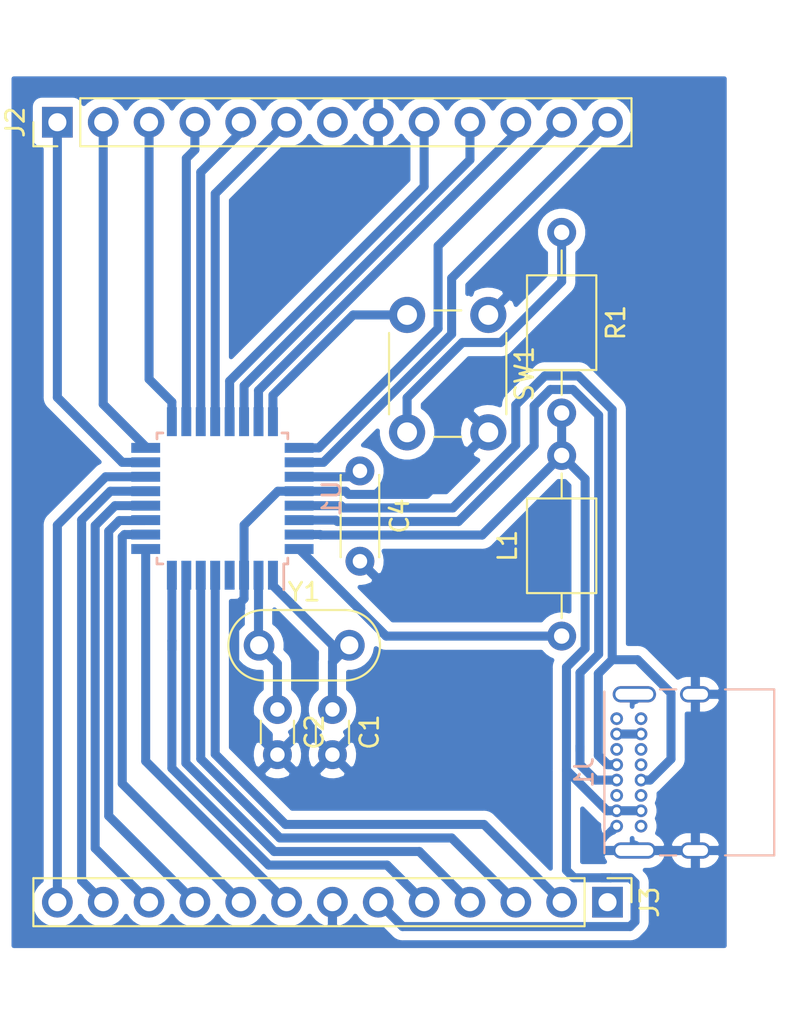
<source format=kicad_pcb>
(kicad_pcb (version 20171130) (host pcbnew "(5.1.6)-1")

  (general
    (thickness 1.6)
    (drawings 0)
    (tracks 174)
    (zones 0)
    (modules 11)
    (nets 36)
  )

  (page A4)
  (layers
    (0 F.Cu signal)
    (31 B.Cu signal)
    (32 B.Adhes user)
    (33 F.Adhes user)
    (34 B.Paste user)
    (35 F.Paste user)
    (36 B.SilkS user)
    (37 F.SilkS user)
    (38 B.Mask user)
    (39 F.Mask user)
    (40 Dwgs.User user)
    (41 Cmts.User user)
    (42 Eco1.User user)
    (43 Eco2.User user)
    (44 Edge.Cuts user)
    (45 Margin user)
    (46 B.CrtYd user)
    (47 F.CrtYd user)
    (48 B.Fab user)
    (49 F.Fab user)
  )

  (setup
    (last_trace_width 0.5)
    (trace_clearance 0.25)
    (zone_clearance 0.508)
    (zone_45_only no)
    (trace_min 0.2)
    (via_size 0.8)
    (via_drill 0.4)
    (via_min_size 0.4)
    (via_min_drill 0.3)
    (uvia_size 0.3)
    (uvia_drill 0.1)
    (uvias_allowed no)
    (uvia_min_size 0.2)
    (uvia_min_drill 0.1)
    (edge_width 0.05)
    (segment_width 0.2)
    (pcb_text_width 0.3)
    (pcb_text_size 1.5 1.5)
    (mod_edge_width 0.12)
    (mod_text_size 1 1)
    (mod_text_width 0.15)
    (pad_size 1.524 1.524)
    (pad_drill 0.762)
    (pad_to_mask_clearance 0.05)
    (aux_axis_origin 0 0)
    (visible_elements FFFFFF7F)
    (pcbplotparams
      (layerselection 0x010fc_ffffffff)
      (usegerberextensions false)
      (usegerberattributes true)
      (usegerberadvancedattributes true)
      (creategerberjobfile true)
      (excludeedgelayer true)
      (linewidth 0.100000)
      (plotframeref false)
      (viasonmask false)
      (mode 1)
      (useauxorigin false)
      (hpglpennumber 1)
      (hpglpenspeed 20)
      (hpglpendiameter 15.000000)
      (psnegative false)
      (psa4output false)
      (plotreference true)
      (plotvalue true)
      (plotinvisibletext false)
      (padsonsilk false)
      (subtractmaskfromsilk false)
      (outputformat 1)
      (mirror false)
      (drillshape 1)
      (scaleselection 1)
      (outputdirectory ""))
  )

  (net 0 "")
  (net 1 "Net-(C1-Pad1)")
  (net 2 "Net-(C2-Pad1)")
  (net 3 "Net-(C4-Pad1)")
  (net 4 "Net-(J1-PadB8)")
  (net 5 "Net-(J1-PadB5)")
  (net 6 "Net-(J1-PadA4)")
  (net 7 "Net-(J1-PadA7)")
  (net 8 "Net-(J1-PadA6)")
  (net 9 "Net-(J1-PadA8)")
  (net 10 "Net-(J1-PadA5)")
  (net 11 "Net-(J2-Pad13)")
  (net 12 "Net-(J2-Pad12)")
  (net 13 "Net-(J2-Pad11)")
  (net 14 "Net-(J2-Pad10)")
  (net 15 "Net-(J2-Pad9)")
  (net 16 "Net-(J2-Pad6)")
  (net 17 "Net-(J2-Pad5)")
  (net 18 "Net-(J2-Pad4)")
  (net 19 "Net-(J2-Pad3)")
  (net 20 "Net-(J2-Pad2)")
  (net 21 "Net-(J2-Pad1)")
  (net 22 "Net-(J3-Pad13)")
  (net 23 "Net-(J3-Pad12)")
  (net 24 "Net-(J3-Pad11)")
  (net 25 "Net-(J3-Pad10)")
  (net 26 "Net-(J3-Pad9)")
  (net 27 "Net-(J3-Pad5)")
  (net 28 "Net-(J3-Pad4)")
  (net 29 "Net-(J3-Pad3)")
  (net 30 "Net-(J3-Pad2)")
  (net 31 "Net-(J3-Pad1)")
  (net 32 "Net-(L1-Pad1)")
  (net 33 "Net-(U1-Pad4)")
  (net 34 "Net-(J3-Pad8)")
  (net 35 GND)

  (net_class Default "This is the default net class."
    (clearance 0.25)
    (trace_width 0.5)
    (via_dia 0.8)
    (via_drill 0.4)
    (uvia_dia 0.3)
    (uvia_drill 0.1)
    (add_net GND)
    (add_net "Net-(C1-Pad1)")
    (add_net "Net-(C2-Pad1)")
    (add_net "Net-(C4-Pad1)")
    (add_net "Net-(J1-PadA4)")
    (add_net "Net-(J1-PadA5)")
    (add_net "Net-(J1-PadA6)")
    (add_net "Net-(J1-PadA7)")
    (add_net "Net-(J1-PadA8)")
    (add_net "Net-(J1-PadB5)")
    (add_net "Net-(J1-PadB8)")
    (add_net "Net-(J2-Pad1)")
    (add_net "Net-(J2-Pad10)")
    (add_net "Net-(J2-Pad11)")
    (add_net "Net-(J2-Pad12)")
    (add_net "Net-(J2-Pad13)")
    (add_net "Net-(J2-Pad2)")
    (add_net "Net-(J2-Pad3)")
    (add_net "Net-(J2-Pad4)")
    (add_net "Net-(J2-Pad5)")
    (add_net "Net-(J2-Pad6)")
    (add_net "Net-(J2-Pad9)")
    (add_net "Net-(J3-Pad1)")
    (add_net "Net-(J3-Pad10)")
    (add_net "Net-(J3-Pad11)")
    (add_net "Net-(J3-Pad12)")
    (add_net "Net-(J3-Pad13)")
    (add_net "Net-(J3-Pad2)")
    (add_net "Net-(J3-Pad3)")
    (add_net "Net-(J3-Pad4)")
    (add_net "Net-(J3-Pad5)")
    (add_net "Net-(J3-Pad8)")
    (add_net "Net-(J3-Pad9)")
    (add_net "Net-(L1-Pad1)")
    (add_net "Net-(U1-Pad4)")
  )

  (module Connector_PinHeader_2.54mm:PinHeader_1x13_P2.54mm_Vertical (layer F.Cu) (tedit 59FED5CC) (tstamp 5F5F4074)
    (at 144.272 75.184 90)
    (descr "Through hole straight pin header, 1x13, 2.54mm pitch, single row")
    (tags "Through hole pin header THT 1x13 2.54mm single row")
    (path /5F70DBEF)
    (fp_text reference J2 (at 0 -2.33 90) (layer F.SilkS)
      (effects (font (size 1 1) (thickness 0.15)))
    )
    (fp_text value Conn_01x13_Male (at 0 32.81 90) (layer F.Fab)
      (effects (font (size 1 1) (thickness 0.15)))
    )
    (fp_text user %R (at 0 15.24) (layer F.Fab)
      (effects (font (size 1 1) (thickness 0.15)))
    )
    (fp_line (start -0.635 -1.27) (end 1.27 -1.27) (layer F.Fab) (width 0.1))
    (fp_line (start 1.27 -1.27) (end 1.27 31.75) (layer F.Fab) (width 0.1))
    (fp_line (start 1.27 31.75) (end -1.27 31.75) (layer F.Fab) (width 0.1))
    (fp_line (start -1.27 31.75) (end -1.27 -0.635) (layer F.Fab) (width 0.1))
    (fp_line (start -1.27 -0.635) (end -0.635 -1.27) (layer F.Fab) (width 0.1))
    (fp_line (start -1.33 31.81) (end 1.33 31.81) (layer F.SilkS) (width 0.12))
    (fp_line (start -1.33 1.27) (end -1.33 31.81) (layer F.SilkS) (width 0.12))
    (fp_line (start 1.33 1.27) (end 1.33 31.81) (layer F.SilkS) (width 0.12))
    (fp_line (start -1.33 1.27) (end 1.33 1.27) (layer F.SilkS) (width 0.12))
    (fp_line (start -1.33 0) (end -1.33 -1.33) (layer F.SilkS) (width 0.12))
    (fp_line (start -1.33 -1.33) (end 0 -1.33) (layer F.SilkS) (width 0.12))
    (fp_line (start -1.8 -1.8) (end -1.8 32.25) (layer F.CrtYd) (width 0.05))
    (fp_line (start -1.8 32.25) (end 1.8 32.25) (layer F.CrtYd) (width 0.05))
    (fp_line (start 1.8 32.25) (end 1.8 -1.8) (layer F.CrtYd) (width 0.05))
    (fp_line (start 1.8 -1.8) (end -1.8 -1.8) (layer F.CrtYd) (width 0.05))
    (pad 13 thru_hole oval (at 0 30.48 90) (size 1.7 1.7) (drill 1) (layers *.Cu *.Mask)
      (net 11 "Net-(J2-Pad13)"))
    (pad 12 thru_hole oval (at 0 27.94 90) (size 1.7 1.7) (drill 1) (layers *.Cu *.Mask)
      (net 12 "Net-(J2-Pad12)"))
    (pad 11 thru_hole oval (at 0 25.4 90) (size 1.7 1.7) (drill 1) (layers *.Cu *.Mask)
      (net 13 "Net-(J2-Pad11)"))
    (pad 10 thru_hole oval (at 0 22.86 90) (size 1.7 1.7) (drill 1) (layers *.Cu *.Mask)
      (net 14 "Net-(J2-Pad10)"))
    (pad 9 thru_hole oval (at 0 20.32 90) (size 1.7 1.7) (drill 1) (layers *.Cu *.Mask)
      (net 15 "Net-(J2-Pad9)"))
    (pad 8 thru_hole oval (at 0 17.78 90) (size 1.7 1.7) (drill 1) (layers *.Cu *.Mask)
      (net 35 GND))
    (pad 7 thru_hole oval (at 0 15.24 90) (size 1.7 1.7) (drill 1) (layers *.Cu *.Mask)
      (net 6 "Net-(J1-PadA4)"))
    (pad 6 thru_hole oval (at 0 12.7 90) (size 1.7 1.7) (drill 1) (layers *.Cu *.Mask)
      (net 16 "Net-(J2-Pad6)"))
    (pad 5 thru_hole oval (at 0 10.16 90) (size 1.7 1.7) (drill 1) (layers *.Cu *.Mask)
      (net 17 "Net-(J2-Pad5)"))
    (pad 4 thru_hole oval (at 0 7.62 90) (size 1.7 1.7) (drill 1) (layers *.Cu *.Mask)
      (net 18 "Net-(J2-Pad4)"))
    (pad 3 thru_hole oval (at 0 5.08 90) (size 1.7 1.7) (drill 1) (layers *.Cu *.Mask)
      (net 19 "Net-(J2-Pad3)"))
    (pad 2 thru_hole oval (at 0 2.54 90) (size 1.7 1.7) (drill 1) (layers *.Cu *.Mask)
      (net 20 "Net-(J2-Pad2)"))
    (pad 1 thru_hole rect (at 0 0 90) (size 1.7 1.7) (drill 1) (layers *.Cu *.Mask)
      (net 21 "Net-(J2-Pad1)"))
    (model ${KISYS3DMOD}/Connector_PinHeader_2.54mm.3dshapes/PinHeader_1x13_P2.54mm_Vertical.wrl
      (at (xyz 0 0 0))
      (scale (xyz 1 1 1))
      (rotate (xyz 0 0 0))
    )
  )

  (module Inductor_THT:L_Axial_L5.0mm_D3.6mm_P10.00mm_Horizontal_Murata_BL01RN1A2A2 (layer F.Cu) (tedit 5BC67E52) (tstamp 5F5F40AC)
    (at 172.212 103.632 90)
    (descr "Inductor, Murata BL01RN1A2A2, Axial, Horizontal, pin pitch=10.00mm, length*diameter=5*3.6mm, https://www.murata.com/en-global/products/productdetail?partno=BL01RN1A2A2%23")
    (tags "inductor axial horizontal")
    (path /5F695631)
    (fp_text reference L1 (at 5 -3 90) (layer F.SilkS)
      (effects (font (size 1 1) (thickness 0.15)))
    )
    (fp_text value L (at 5 3 90) (layer F.Fab)
      (effects (font (size 1 1) (thickness 0.15)))
    )
    (fp_text user %R (at 5 0 90) (layer F.Fab)
      (effects (font (size 1 1) (thickness 0.15)))
    )
    (fp_line (start 2.5 -1.8) (end 2.5 1.8) (layer F.Fab) (width 0.1))
    (fp_line (start 2.5 1.8) (end 7.5 1.8) (layer F.Fab) (width 0.1))
    (fp_line (start 7.5 1.8) (end 7.5 -1.8) (layer F.Fab) (width 0.1))
    (fp_line (start 7.5 -1.8) (end 2.5 -1.8) (layer F.Fab) (width 0.1))
    (fp_line (start 0 0) (end 2.5 0) (layer F.Fab) (width 0.1))
    (fp_line (start 10 0) (end 7.5 0) (layer F.Fab) (width 0.1))
    (fp_line (start 2.38 -1.92) (end 2.38 1.92) (layer F.SilkS) (width 0.12))
    (fp_line (start 2.38 1.92) (end 7.62 1.92) (layer F.SilkS) (width 0.12))
    (fp_line (start 7.62 1.92) (end 7.62 -1.92) (layer F.SilkS) (width 0.12))
    (fp_line (start 7.62 -1.92) (end 2.38 -1.92) (layer F.SilkS) (width 0.12))
    (fp_line (start 1 0) (end 2.38 0) (layer F.SilkS) (width 0.12))
    (fp_line (start 9 0) (end 7.62 0) (layer F.SilkS) (width 0.12))
    (fp_line (start -1.05 -2.05) (end -1.05 2.05) (layer F.CrtYd) (width 0.05))
    (fp_line (start -1.05 2.05) (end 11.05 2.05) (layer F.CrtYd) (width 0.05))
    (fp_line (start 11.05 2.05) (end 11.05 -2.05) (layer F.CrtYd) (width 0.05))
    (fp_line (start 11.05 -2.05) (end -1.05 -2.05) (layer F.CrtYd) (width 0.05))
    (pad 2 thru_hole oval (at 10 0 90) (size 1.6 1.6) (drill 0.85) (layers *.Cu *.Mask)
      (net 6 "Net-(J1-PadA4)"))
    (pad 1 thru_hole circle (at 0 0 90) (size 1.6 1.6) (drill 0.85) (layers *.Cu *.Mask)
      (net 32 "Net-(L1-Pad1)"))
    (model ${KISYS3DMOD}/Inductor_THT.3dshapes/L_Axial_L5.0mm_D3.6mm_P10.00mm_Horizontal_Murata_BL01RN1A2A2.wrl
      (at (xyz 0 0 0))
      (scale (xyz 1 1 1))
      (rotate (xyz 0 0 0))
    )
  )

  (module Connector_PinHeader_2.54mm:PinHeader_1x13_P2.54mm_Vertical (layer F.Cu) (tedit 59FED5CC) (tstamp 5F5F4095)
    (at 174.752 118.364 270)
    (descr "Through hole straight pin header, 1x13, 2.54mm pitch, single row")
    (tags "Through hole pin header THT 1x13 2.54mm single row")
    (path /5F711428)
    (fp_text reference J3 (at 0 -2.33 90) (layer F.SilkS)
      (effects (font (size 1 1) (thickness 0.15)))
    )
    (fp_text value Conn_01x13_Male (at 0 32.81 90) (layer F.Fab)
      (effects (font (size 1 1) (thickness 0.15)))
    )
    (fp_text user %R (at 0 15.24) (layer F.Fab)
      (effects (font (size 1 1) (thickness 0.15)))
    )
    (fp_line (start -0.635 -1.27) (end 1.27 -1.27) (layer F.Fab) (width 0.1))
    (fp_line (start 1.27 -1.27) (end 1.27 31.75) (layer F.Fab) (width 0.1))
    (fp_line (start 1.27 31.75) (end -1.27 31.75) (layer F.Fab) (width 0.1))
    (fp_line (start -1.27 31.75) (end -1.27 -0.635) (layer F.Fab) (width 0.1))
    (fp_line (start -1.27 -0.635) (end -0.635 -1.27) (layer F.Fab) (width 0.1))
    (fp_line (start -1.33 31.81) (end 1.33 31.81) (layer F.SilkS) (width 0.12))
    (fp_line (start -1.33 1.27) (end -1.33 31.81) (layer F.SilkS) (width 0.12))
    (fp_line (start 1.33 1.27) (end 1.33 31.81) (layer F.SilkS) (width 0.12))
    (fp_line (start -1.33 1.27) (end 1.33 1.27) (layer F.SilkS) (width 0.12))
    (fp_line (start -1.33 0) (end -1.33 -1.33) (layer F.SilkS) (width 0.12))
    (fp_line (start -1.33 -1.33) (end 0 -1.33) (layer F.SilkS) (width 0.12))
    (fp_line (start -1.8 -1.8) (end -1.8 32.25) (layer F.CrtYd) (width 0.05))
    (fp_line (start -1.8 32.25) (end 1.8 32.25) (layer F.CrtYd) (width 0.05))
    (fp_line (start 1.8 32.25) (end 1.8 -1.8) (layer F.CrtYd) (width 0.05))
    (fp_line (start 1.8 -1.8) (end -1.8 -1.8) (layer F.CrtYd) (width 0.05))
    (pad 13 thru_hole oval (at 0 30.48 270) (size 1.7 1.7) (drill 1) (layers *.Cu *.Mask)
      (net 22 "Net-(J3-Pad13)"))
    (pad 12 thru_hole oval (at 0 27.94 270) (size 1.7 1.7) (drill 1) (layers *.Cu *.Mask)
      (net 23 "Net-(J3-Pad12)"))
    (pad 11 thru_hole oval (at 0 25.4 270) (size 1.7 1.7) (drill 1) (layers *.Cu *.Mask)
      (net 24 "Net-(J3-Pad11)"))
    (pad 10 thru_hole oval (at 0 22.86 270) (size 1.7 1.7) (drill 1) (layers *.Cu *.Mask)
      (net 25 "Net-(J3-Pad10)"))
    (pad 9 thru_hole oval (at 0 20.32 270) (size 1.7 1.7) (drill 1) (layers *.Cu *.Mask)
      (net 26 "Net-(J3-Pad9)"))
    (pad 8 thru_hole oval (at 0 17.78 270) (size 1.7 1.7) (drill 1) (layers *.Cu *.Mask)
      (net 34 "Net-(J3-Pad8)"))
    (pad 7 thru_hole oval (at 0 15.24 270) (size 1.7 1.7) (drill 1) (layers *.Cu *.Mask)
      (net 35 GND))
    (pad 6 thru_hole oval (at 0 12.7 270) (size 1.7 1.7) (drill 1) (layers *.Cu *.Mask)
      (net 6 "Net-(J1-PadA4)"))
    (pad 5 thru_hole oval (at 0 10.16 270) (size 1.7 1.7) (drill 1) (layers *.Cu *.Mask)
      (net 27 "Net-(J3-Pad5)"))
    (pad 4 thru_hole oval (at 0 7.62 270) (size 1.7 1.7) (drill 1) (layers *.Cu *.Mask)
      (net 28 "Net-(J3-Pad4)"))
    (pad 3 thru_hole oval (at 0 5.08 270) (size 1.7 1.7) (drill 1) (layers *.Cu *.Mask)
      (net 29 "Net-(J3-Pad3)"))
    (pad 2 thru_hole oval (at 0 2.54 270) (size 1.7 1.7) (drill 1) (layers *.Cu *.Mask)
      (net 30 "Net-(J3-Pad2)"))
    (pad 1 thru_hole rect (at 0 0 270) (size 1.7 1.7) (drill 1) (layers *.Cu *.Mask)
      (net 31 "Net-(J3-Pad1)"))
    (model ${KISYS3DMOD}/Connector_PinHeader_2.54mm.3dshapes/PinHeader_1x13_P2.54mm_Vertical.wrl
      (at (xyz 0 0 0))
      (scale (xyz 1 1 1))
      (rotate (xyz 0 0 0))
    )
  )

  (module Connector_USB:USB_C_Receptacle_GCT_USB4085 (layer B.Cu) (tedit 5BCCCD93) (tstamp 5F5F73B3)
    (at 175.26 108.204 270)
    (descr "USB 2.0 Type C Receptacle, https://gct.co/Files/Drawings/USB4085.pdf")
    (tags "USB Type-C Receptacle Through-hole Right angle")
    (path /5F66DDEE)
    (fp_text reference J1 (at 2.975 1.8 90) (layer B.SilkS)
      (effects (font (size 1 1) (thickness 0.15)) (justify mirror))
    )
    (fp_text value USB_C_Receptacle_USB2.0 (at 2.975 -9.925 90) (layer B.Fab)
      (effects (font (size 1 1) (thickness 0.15)) (justify mirror))
    )
    (fp_text user %R (at 2.975 -4.025 90) (layer B.Fab)
      (effects (font (size 1 1) (thickness 0.15)) (justify mirror))
    )
    (fp_text user "PCB Edge" (at 2.975 -6.1 90) (layer Dwgs.User)
      (effects (font (size 0.5 0.5) (thickness 0.1)))
    )
    (fp_line (start -1.5 0.56) (end 7.45 0.56) (layer B.Fab) (width 0.1))
    (fp_line (start -1.5 -8.61) (end 7.45 -8.61) (layer B.Fab) (width 0.1))
    (fp_line (start -1.62 -8.73) (end 7.57 -8.73) (layer B.SilkS) (width 0.12))
    (fp_line (start -1.5 0.68) (end 7.45 0.68) (layer B.SilkS) (width 0.12))
    (fp_line (start -1.5 0.56) (end -1.5 -8.61) (layer B.Fab) (width 0.1))
    (fp_line (start 7.45 0.56) (end 7.45 -8.61) (layer B.Fab) (width 0.1))
    (fp_line (start 7.57 -6) (end 7.57 -8.73) (layer B.SilkS) (width 0.12))
    (fp_line (start -1.62 -6) (end -1.62 -8.73) (layer B.SilkS) (width 0.12))
    (fp_line (start 7.57 -2.4) (end 7.57 -3.3) (layer B.SilkS) (width 0.12))
    (fp_line (start -1.62 -2.4) (end -1.62 -3.3) (layer B.SilkS) (width 0.12))
    (fp_line (start -2.3 1.06) (end -2.3 -9.11) (layer B.CrtYd) (width 0.05))
    (fp_line (start -2.3 -9.11) (end 8.25 -9.11) (layer B.CrtYd) (width 0.05))
    (fp_line (start -2.3 1.06) (end 8.25 1.06) (layer B.CrtYd) (width 0.05))
    (fp_line (start 8.25 1.06) (end 8.25 -9.11) (layer B.CrtYd) (width 0.05))
    (fp_line (start -0.025 -6.1) (end 5.975 -6.1) (layer B.Fab) (width 0.1))
    (pad S1 thru_hole oval (at 7.3 -4.36 270) (size 0.9 1.7) (drill oval 0.6 1.4) (layers *.Cu *.Mask)
      (net 35 GND))
    (pad S1 thru_hole oval (at -1.35 -4.36 270) (size 0.9 1.7) (drill oval 0.6 1.4) (layers *.Cu *.Mask)
      (net 35 GND))
    (pad S1 thru_hole oval (at 7.3 -0.98 270) (size 0.9 2.4) (drill oval 0.6 2.1) (layers *.Cu *.Mask)
      (net 35 GND))
    (pad S1 thru_hole oval (at -1.35 -0.98 270) (size 0.9 2.4) (drill oval 0.6 2.1) (layers *.Cu *.Mask)
      (net 35 GND))
    (pad B6 thru_hole circle (at 3.4 -1.35 270) (size 0.7 0.7) (drill 0.4) (layers *.Cu *.Mask)
      (net 8 "Net-(J1-PadA6)"))
    (pad B1 thru_hole circle (at 5.95 -1.35 270) (size 0.7 0.7) (drill 0.4) (layers *.Cu *.Mask)
      (net 35 GND))
    (pad B4 thru_hole circle (at 5.1 -1.35 270) (size 0.7 0.7) (drill 0.4) (layers *.Cu *.Mask)
      (net 6 "Net-(J1-PadA4)"))
    (pad B5 thru_hole circle (at 4.25 -1.35 270) (size 0.7 0.7) (drill 0.4) (layers *.Cu *.Mask)
      (net 5 "Net-(J1-PadB5)"))
    (pad B12 thru_hole circle (at 0 -1.35 270) (size 0.7 0.7) (drill 0.4) (layers *.Cu *.Mask)
      (net 35 GND))
    (pad B8 thru_hole circle (at 1.7 -1.35 270) (size 0.7 0.7) (drill 0.4) (layers *.Cu *.Mask)
      (net 4 "Net-(J1-PadB8)"))
    (pad B7 thru_hole circle (at 2.55 -1.35 270) (size 0.7 0.7) (drill 0.4) (layers *.Cu *.Mask)
      (net 7 "Net-(J1-PadA7)"))
    (pad B9 thru_hole circle (at 0.85 -1.35 270) (size 0.7 0.7) (drill 0.4) (layers *.Cu *.Mask)
      (net 6 "Net-(J1-PadA4)"))
    (pad A12 thru_hole circle (at 5.95 0 270) (size 0.7 0.7) (drill 0.4) (layers *.Cu *.Mask)
      (net 35 GND))
    (pad A9 thru_hole circle (at 5.1 0 270) (size 0.7 0.7) (drill 0.4) (layers *.Cu *.Mask)
      (net 6 "Net-(J1-PadA4)"))
    (pad A8 thru_hole circle (at 4.25 0 270) (size 0.7 0.7) (drill 0.4) (layers *.Cu *.Mask)
      (net 9 "Net-(J1-PadA8)"))
    (pad A7 thru_hole circle (at 3.4 0 270) (size 0.7 0.7) (drill 0.4) (layers *.Cu *.Mask)
      (net 7 "Net-(J1-PadA7)"))
    (pad A6 thru_hole circle (at 2.55 0 270) (size 0.7 0.7) (drill 0.4) (layers *.Cu *.Mask)
      (net 8 "Net-(J1-PadA6)"))
    (pad A5 thru_hole circle (at 1.7 0 270) (size 0.7 0.7) (drill 0.4) (layers *.Cu *.Mask)
      (net 10 "Net-(J1-PadA5)"))
    (pad A4 thru_hole circle (at 0.85 0 270) (size 0.7 0.7) (drill 0.4) (layers *.Cu *.Mask)
      (net 6 "Net-(J1-PadA4)"))
    (pad A1 thru_hole circle (at 0 0 270) (size 0.7 0.7) (drill 0.4) (layers *.Cu *.Mask)
      (net 35 GND))
    (model ${KISYS3DMOD}/Connector_USB.3dshapes/USB_C_Receptacle_GCT_USB4085.wrl
      (at (xyz 0 0 0))
      (scale (xyz 1 1 1))
      (rotate (xyz 0 0 0))
    )
  )

  (module Capacitor_THT:C_Disc_D4.3mm_W1.9mm_P5.00mm (layer F.Cu) (tedit 5AE50EF0) (tstamp 5F5F4024)
    (at 161.036 94.488 270)
    (descr "C, Disc series, Radial, pin pitch=5.00mm, , diameter*width=4.3*1.9mm^2, Capacitor, http://www.vishay.com/docs/45233/krseries.pdf")
    (tags "C Disc series Radial pin pitch 5.00mm  diameter 4.3mm width 1.9mm Capacitor")
    (path /5F6975D9)
    (fp_text reference C4 (at 2.5 -2.2 90) (layer F.SilkS)
      (effects (font (size 1 1) (thickness 0.15)))
    )
    (fp_text value C (at 2.5 2.2 90) (layer F.Fab)
      (effects (font (size 1 1) (thickness 0.15)))
    )
    (fp_line (start 6.05 -1.2) (end -1.05 -1.2) (layer F.CrtYd) (width 0.05))
    (fp_line (start 6.05 1.2) (end 6.05 -1.2) (layer F.CrtYd) (width 0.05))
    (fp_line (start -1.05 1.2) (end 6.05 1.2) (layer F.CrtYd) (width 0.05))
    (fp_line (start -1.05 -1.2) (end -1.05 1.2) (layer F.CrtYd) (width 0.05))
    (fp_line (start 4.77 1.055) (end 4.77 1.07) (layer F.SilkS) (width 0.12))
    (fp_line (start 4.77 -1.07) (end 4.77 -1.055) (layer F.SilkS) (width 0.12))
    (fp_line (start 0.23 1.055) (end 0.23 1.07) (layer F.SilkS) (width 0.12))
    (fp_line (start 0.23 -1.07) (end 0.23 -1.055) (layer F.SilkS) (width 0.12))
    (fp_line (start 0.23 1.07) (end 4.77 1.07) (layer F.SilkS) (width 0.12))
    (fp_line (start 0.23 -1.07) (end 4.77 -1.07) (layer F.SilkS) (width 0.12))
    (fp_line (start 4.65 -0.95) (end 0.35 -0.95) (layer F.Fab) (width 0.1))
    (fp_line (start 4.65 0.95) (end 4.65 -0.95) (layer F.Fab) (width 0.1))
    (fp_line (start 0.35 0.95) (end 4.65 0.95) (layer F.Fab) (width 0.1))
    (fp_line (start 0.35 -0.95) (end 0.35 0.95) (layer F.Fab) (width 0.1))
    (fp_text user %R (at 2.5 0 90) (layer F.Fab)
      (effects (font (size 0.86 0.86) (thickness 0.129)))
    )
    (pad 1 thru_hole circle (at 0 0 270) (size 1.6 1.6) (drill 0.8) (layers *.Cu *.Mask)
      (net 3 "Net-(C4-Pad1)"))
    (pad 2 thru_hole circle (at 5 0 270) (size 1.6 1.6) (drill 0.8) (layers *.Cu *.Mask)
      (net 35 GND))
    (model ${KISYS3DMOD}/Capacitor_THT.3dshapes/C_Disc_D4.3mm_W1.9mm_P5.00mm.wrl
      (at (xyz 0 0 0))
      (scale (xyz 1 1 1))
      (rotate (xyz 0 0 0))
    )
  )

  (module Button_Switch_THT:SW_PUSH_6mm (layer F.Cu) (tedit 5A02FE31) (tstamp 5F5F63AD)
    (at 168.148 85.852 270)
    (descr https://www.omron.com/ecb/products/pdf/en-b3f.pdf)
    (tags "tact sw push 6mm")
    (path /5F79B235)
    (fp_text reference SW1 (at 3.25 -2 90) (layer F.SilkS)
      (effects (font (size 1 1) (thickness 0.15)))
    )
    (fp_text value SW_Push_Open_Dual (at 3.75 6.7 90) (layer F.Fab)
      (effects (font (size 1 1) (thickness 0.15)))
    )
    (fp_text user %R (at 3.25 2.25 90) (layer F.Fab)
      (effects (font (size 1 1) (thickness 0.15)))
    )
    (fp_line (start 3.25 -0.75) (end 6.25 -0.75) (layer F.Fab) (width 0.1))
    (fp_line (start 6.25 -0.75) (end 6.25 5.25) (layer F.Fab) (width 0.1))
    (fp_line (start 6.25 5.25) (end 0.25 5.25) (layer F.Fab) (width 0.1))
    (fp_line (start 0.25 5.25) (end 0.25 -0.75) (layer F.Fab) (width 0.1))
    (fp_line (start 0.25 -0.75) (end 3.25 -0.75) (layer F.Fab) (width 0.1))
    (fp_line (start 7.75 6) (end 8 6) (layer F.CrtYd) (width 0.05))
    (fp_line (start 8 6) (end 8 5.75) (layer F.CrtYd) (width 0.05))
    (fp_line (start 7.75 -1.5) (end 8 -1.5) (layer F.CrtYd) (width 0.05))
    (fp_line (start 8 -1.5) (end 8 -1.25) (layer F.CrtYd) (width 0.05))
    (fp_line (start -1.5 -1.25) (end -1.5 -1.5) (layer F.CrtYd) (width 0.05))
    (fp_line (start -1.5 -1.5) (end -1.25 -1.5) (layer F.CrtYd) (width 0.05))
    (fp_line (start -1.5 5.75) (end -1.5 6) (layer F.CrtYd) (width 0.05))
    (fp_line (start -1.5 6) (end -1.25 6) (layer F.CrtYd) (width 0.05))
    (fp_line (start -1.25 -1.5) (end 7.75 -1.5) (layer F.CrtYd) (width 0.05))
    (fp_line (start -1.5 5.75) (end -1.5 -1.25) (layer F.CrtYd) (width 0.05))
    (fp_line (start 7.75 6) (end -1.25 6) (layer F.CrtYd) (width 0.05))
    (fp_line (start 8 -1.25) (end 8 5.75) (layer F.CrtYd) (width 0.05))
    (fp_line (start 1 5.5) (end 5.5 5.5) (layer F.SilkS) (width 0.12))
    (fp_line (start -0.25 1.5) (end -0.25 3) (layer F.SilkS) (width 0.12))
    (fp_line (start 5.5 -1) (end 1 -1) (layer F.SilkS) (width 0.12))
    (fp_line (start 6.75 3) (end 6.75 1.5) (layer F.SilkS) (width 0.12))
    (fp_circle (center 3.25 2.25) (end 1.25 2.5) (layer F.Fab) (width 0.1))
    (pad 1 thru_hole circle (at 6.5 0) (size 2 2) (drill 1.1) (layers *.Cu *.Mask)
      (net 35 GND))
    (pad 2 thru_hole circle (at 6.5 4.5) (size 2 2) (drill 1.1) (layers *.Cu *.Mask)
      (net 31 "Net-(J3-Pad1)"))
    (pad 1 thru_hole circle (at 0 0) (size 2 2) (drill 1.1) (layers *.Cu *.Mask)
      (net 35 GND))
    (pad 2 thru_hole circle (at 0 4.5) (size 2 2) (drill 1.1) (layers *.Cu *.Mask)
      (net 31 "Net-(J3-Pad1)"))
    (model ${KISYS3DMOD}/Button_Switch_THT.3dshapes/SW_PUSH_6mm.wrl
      (at (xyz 0 0 0))
      (scale (xyz 1 1 1))
      (rotate (xyz 0 0 0))
    )
  )

  (module Inductor_THT:L_Axial_L5.0mm_D3.6mm_P10.00mm_Horizontal_Murata_BL01RN1A2A2 (layer F.Cu) (tedit 5BC67E52) (tstamp 5F5F84EA)
    (at 172.212 81.28 270)
    (descr "Inductor, Murata BL01RN1A2A2, Axial, Horizontal, pin pitch=10.00mm, length*diameter=5*3.6mm, https://www.murata.com/en-global/products/productdetail?partno=BL01RN1A2A2%23")
    (tags "inductor axial horizontal")
    (path /5F664522)
    (fp_text reference R1 (at 5 -3 90) (layer F.SilkS)
      (effects (font (size 1 1) (thickness 0.15)))
    )
    (fp_text value R_Small_US (at 5 3 90) (layer F.Fab)
      (effects (font (size 1 1) (thickness 0.15)))
    )
    (fp_text user %R (at 5 0 90) (layer F.Fab)
      (effects (font (size 1 1) (thickness 0.15)))
    )
    (fp_line (start 2.5 -1.8) (end 2.5 1.8) (layer F.Fab) (width 0.1))
    (fp_line (start 2.5 1.8) (end 7.5 1.8) (layer F.Fab) (width 0.1))
    (fp_line (start 7.5 1.8) (end 7.5 -1.8) (layer F.Fab) (width 0.1))
    (fp_line (start 7.5 -1.8) (end 2.5 -1.8) (layer F.Fab) (width 0.1))
    (fp_line (start 0 0) (end 2.5 0) (layer F.Fab) (width 0.1))
    (fp_line (start 10 0) (end 7.5 0) (layer F.Fab) (width 0.1))
    (fp_line (start 2.38 -1.92) (end 2.38 1.92) (layer F.SilkS) (width 0.12))
    (fp_line (start 2.38 1.92) (end 7.62 1.92) (layer F.SilkS) (width 0.12))
    (fp_line (start 7.62 1.92) (end 7.62 -1.92) (layer F.SilkS) (width 0.12))
    (fp_line (start 7.62 -1.92) (end 2.38 -1.92) (layer F.SilkS) (width 0.12))
    (fp_line (start 1 0) (end 2.38 0) (layer F.SilkS) (width 0.12))
    (fp_line (start 9 0) (end 7.62 0) (layer F.SilkS) (width 0.12))
    (fp_line (start -1.05 -2.05) (end -1.05 2.05) (layer F.CrtYd) (width 0.05))
    (fp_line (start -1.05 2.05) (end 11.05 2.05) (layer F.CrtYd) (width 0.05))
    (fp_line (start 11.05 2.05) (end 11.05 -2.05) (layer F.CrtYd) (width 0.05))
    (fp_line (start 11.05 -2.05) (end -1.05 -2.05) (layer F.CrtYd) (width 0.05))
    (pad 2 thru_hole oval (at 10 0 270) (size 1.6 1.6) (drill 0.85) (layers *.Cu *.Mask)
      (net 6 "Net-(J1-PadA4)"))
    (pad 1 thru_hole circle (at 0 0 270) (size 1.6 1.6) (drill 0.85) (layers *.Cu *.Mask)
      (net 31 "Net-(J3-Pad1)"))
    (model ${KISYS3DMOD}/Inductor_THT.3dshapes/L_Axial_L5.0mm_D3.6mm_P10.00mm_Horizontal_Murata_BL01RN1A2A2.wrl
      (at (xyz 0 0 0))
      (scale (xyz 1 1 1))
      (rotate (xyz 0 0 0))
    )
  )

  (module Package_QFP:TQFP-32_7x7mm_P0.8mm (layer B.Cu) (tedit 5A02F146) (tstamp 5F5F4717)
    (at 153.416 96.012 90)
    (descr "32-Lead Plastic Thin Quad Flatpack (PT) - 7x7x1.0 mm Body, 2.00 mm [TQFP] (see Microchip Packaging Specification 00000049BS.pdf)")
    (tags "QFP 0.8")
    (path /5F5EC9ED)
    (attr smd)
    (fp_text reference U1 (at 0 6.05 90) (layer B.SilkS)
      (effects (font (size 1 1) (thickness 0.15)) (justify mirror))
    )
    (fp_text value ATmega8U2-AU (at 0 -6.05 90) (layer B.Fab)
      (effects (font (size 1 1) (thickness 0.15)) (justify mirror))
    )
    (fp_text user %R (at 0 0 90) (layer B.Fab)
      (effects (font (size 1 1) (thickness 0.15)) (justify mirror))
    )
    (fp_line (start -2.5 3.5) (end 3.5 3.5) (layer B.Fab) (width 0.15))
    (fp_line (start 3.5 3.5) (end 3.5 -3.5) (layer B.Fab) (width 0.15))
    (fp_line (start 3.5 -3.5) (end -3.5 -3.5) (layer B.Fab) (width 0.15))
    (fp_line (start -3.5 -3.5) (end -3.5 2.5) (layer B.Fab) (width 0.15))
    (fp_line (start -3.5 2.5) (end -2.5 3.5) (layer B.Fab) (width 0.15))
    (fp_line (start -5.3 5.3) (end -5.3 -5.3) (layer B.CrtYd) (width 0.05))
    (fp_line (start 5.3 5.3) (end 5.3 -5.3) (layer B.CrtYd) (width 0.05))
    (fp_line (start -5.3 5.3) (end 5.3 5.3) (layer B.CrtYd) (width 0.05))
    (fp_line (start -5.3 -5.3) (end 5.3 -5.3) (layer B.CrtYd) (width 0.05))
    (fp_line (start -3.625 3.625) (end -3.625 3.4) (layer B.SilkS) (width 0.15))
    (fp_line (start 3.625 3.625) (end 3.625 3.3) (layer B.SilkS) (width 0.15))
    (fp_line (start 3.625 -3.625) (end 3.625 -3.3) (layer B.SilkS) (width 0.15))
    (fp_line (start -3.625 -3.625) (end -3.625 -3.3) (layer B.SilkS) (width 0.15))
    (fp_line (start -3.625 3.625) (end -3.3 3.625) (layer B.SilkS) (width 0.15))
    (fp_line (start -3.625 -3.625) (end -3.3 -3.625) (layer B.SilkS) (width 0.15))
    (fp_line (start 3.625 -3.625) (end 3.3 -3.625) (layer B.SilkS) (width 0.15))
    (fp_line (start 3.625 3.625) (end 3.3 3.625) (layer B.SilkS) (width 0.15))
    (fp_line (start -3.625 3.4) (end -5.05 3.4) (layer B.SilkS) (width 0.15))
    (pad 32 smd rect (at -2.8 4.25) (size 1.6 0.55) (layers B.Cu B.Paste B.Mask)
      (net 32 "Net-(L1-Pad1)"))
    (pad 31 smd rect (at -2 4.25) (size 1.6 0.55) (layers B.Cu B.Paste B.Mask)
      (net 6 "Net-(J1-PadA4)"))
    (pad 30 smd rect (at -1.2 4.25) (size 1.6 0.55) (layers B.Cu B.Paste B.Mask)
      (net 7 "Net-(J1-PadA7)"))
    (pad 29 smd rect (at -0.4 4.25) (size 1.6 0.55) (layers B.Cu B.Paste B.Mask)
      (net 8 "Net-(J1-PadA6)"))
    (pad 28 smd rect (at 0.4 4.25) (size 1.6 0.55) (layers B.Cu B.Paste B.Mask)
      (net 35 GND))
    (pad 27 smd rect (at 1.2 4.25) (size 1.6 0.55) (layers B.Cu B.Paste B.Mask)
      (net 3 "Net-(C4-Pad1)"))
    (pad 26 smd rect (at 2 4.25) (size 1.6 0.55) (layers B.Cu B.Paste B.Mask)
      (net 11 "Net-(J2-Pad13)"))
    (pad 25 smd rect (at 2.8 4.25) (size 1.6 0.55) (layers B.Cu B.Paste B.Mask)
      (net 12 "Net-(J2-Pad12)"))
    (pad 24 smd rect (at 4.25 2.8 90) (size 1.6 0.55) (layers B.Cu B.Paste B.Mask)
      (net 31 "Net-(J3-Pad1)"))
    (pad 23 smd rect (at 4.25 2 90) (size 1.6 0.55) (layers B.Cu B.Paste B.Mask)
      (net 13 "Net-(J2-Pad11)"))
    (pad 22 smd rect (at 4.25 1.2 90) (size 1.6 0.55) (layers B.Cu B.Paste B.Mask)
      (net 14 "Net-(J2-Pad10)"))
    (pad 21 smd rect (at 4.25 0.4 90) (size 1.6 0.55) (layers B.Cu B.Paste B.Mask)
      (net 15 "Net-(J2-Pad9)"))
    (pad 20 smd rect (at 4.25 -0.4 90) (size 1.6 0.55) (layers B.Cu B.Paste B.Mask)
      (net 16 "Net-(J2-Pad6)"))
    (pad 19 smd rect (at 4.25 -1.2 90) (size 1.6 0.55) (layers B.Cu B.Paste B.Mask)
      (net 17 "Net-(J2-Pad5)"))
    (pad 18 smd rect (at 4.25 -2 90) (size 1.6 0.55) (layers B.Cu B.Paste B.Mask)
      (net 18 "Net-(J2-Pad4)"))
    (pad 17 smd rect (at 4.25 -2.8 90) (size 1.6 0.55) (layers B.Cu B.Paste B.Mask)
      (net 19 "Net-(J2-Pad3)"))
    (pad 16 smd rect (at 2.8 -4.25) (size 1.6 0.55) (layers B.Cu B.Paste B.Mask)
      (net 20 "Net-(J2-Pad2)"))
    (pad 15 smd rect (at 2 -4.25) (size 1.6 0.55) (layers B.Cu B.Paste B.Mask)
      (net 21 "Net-(J2-Pad1)"))
    (pad 14 smd rect (at 1.2 -4.25) (size 1.6 0.55) (layers B.Cu B.Paste B.Mask)
      (net 22 "Net-(J3-Pad13)"))
    (pad 13 smd rect (at 0.4 -4.25) (size 1.6 0.55) (layers B.Cu B.Paste B.Mask)
      (net 23 "Net-(J3-Pad12)"))
    (pad 12 smd rect (at -0.4 -4.25) (size 1.6 0.55) (layers B.Cu B.Paste B.Mask)
      (net 24 "Net-(J3-Pad11)"))
    (pad 11 smd rect (at -1.2 -4.25) (size 1.6 0.55) (layers B.Cu B.Paste B.Mask)
      (net 25 "Net-(J3-Pad10)"))
    (pad 10 smd rect (at -2 -4.25) (size 1.6 0.55) (layers B.Cu B.Paste B.Mask)
      (net 26 "Net-(J3-Pad9)"))
    (pad 9 smd rect (at -2.8 -4.25) (size 1.6 0.55) (layers B.Cu B.Paste B.Mask)
      (net 34 "Net-(J3-Pad8)"))
    (pad 8 smd rect (at -4.25 -2.8 90) (size 1.6 0.55) (layers B.Cu B.Paste B.Mask)
      (net 27 "Net-(J3-Pad5)"))
    (pad 7 smd rect (at -4.25 -2 90) (size 1.6 0.55) (layers B.Cu B.Paste B.Mask)
      (net 28 "Net-(J3-Pad4)"))
    (pad 6 smd rect (at -4.25 -1.2 90) (size 1.6 0.55) (layers B.Cu B.Paste B.Mask)
      (net 29 "Net-(J3-Pad3)"))
    (pad 5 smd rect (at -4.25 -0.4 90) (size 1.6 0.55) (layers B.Cu B.Paste B.Mask)
      (net 30 "Net-(J3-Pad2)"))
    (pad 4 smd rect (at -4.25 0.4 90) (size 1.6 0.55) (layers B.Cu B.Paste B.Mask)
      (net 33 "Net-(U1-Pad4)"))
    (pad 3 smd rect (at -4.25 1.2 90) (size 1.6 0.55) (layers B.Cu B.Paste B.Mask)
      (net 35 GND))
    (pad 2 smd rect (at -4.25 2 90) (size 1.6 0.55) (layers B.Cu B.Paste B.Mask)
      (net 2 "Net-(C2-Pad1)"))
    (pad 1 smd rect (at -4.25 2.8 90) (size 1.6 0.55) (layers B.Cu B.Paste B.Mask)
      (net 1 "Net-(C1-Pad1)"))
    (model ${KISYS3DMOD}/Package_QFP.3dshapes/TQFP-32_7x7mm_P0.8mm.wrl
      (at (xyz 0 0 0))
      (scale (xyz 1 1 1))
      (rotate (xyz 0 0 0))
    )
  )

  (module Crystal:Resonator-2Pin_W8.0mm_H3.5mm (layer F.Cu) (tedit 5A0FD1B2) (tstamp 5F5F412B)
    (at 155.448 104.14)
    (descr "Ceramic Resomator/Filter 8.0x3.5mm^2, length*width=8.0x3.5mm^2 package, package length=8.0mm, package width=3.5mm, 2 pins")
    (tags "THT ceramic resonator filter")
    (path /5F668951)
    (fp_text reference Y1 (at 2.5 -2.95) (layer F.SilkS)
      (effects (font (size 1 1) (thickness 0.15)))
    )
    (fp_text value Crystal (at 2.5 2.95) (layer F.Fab)
      (effects (font (size 1 1) (thickness 0.15)))
    )
    (fp_arc (start 4.75 0) (end 4.75 -1.95) (angle 180) (layer F.SilkS) (width 0.12))
    (fp_arc (start 0.25 0) (end 0.25 -1.95) (angle -180) (layer F.SilkS) (width 0.12))
    (fp_arc (start 4.75 0) (end 4.75 -1.75) (angle 180) (layer F.Fab) (width 0.1))
    (fp_arc (start 0.25 0) (end 0.25 -1.75) (angle -180) (layer F.Fab) (width 0.1))
    (fp_arc (start 4.75 0) (end 4.75 -1.75) (angle 180) (layer F.Fab) (width 0.1))
    (fp_arc (start 0.25 0) (end 0.25 -1.75) (angle -180) (layer F.Fab) (width 0.1))
    (fp_text user %R (at 2.5 0) (layer F.Fab)
      (effects (font (size 1 1) (thickness 0.15)))
    )
    (fp_line (start 0.25 -1.75) (end 4.75 -1.75) (layer F.Fab) (width 0.1))
    (fp_line (start 0.25 1.75) (end 4.75 1.75) (layer F.Fab) (width 0.1))
    (fp_line (start 0.25 -1.75) (end 4.75 -1.75) (layer F.Fab) (width 0.1))
    (fp_line (start 0.25 1.75) (end 4.75 1.75) (layer F.Fab) (width 0.1))
    (fp_line (start 0.25 -1.95) (end 4.75 -1.95) (layer F.SilkS) (width 0.12))
    (fp_line (start 0.25 1.95) (end 4.75 1.95) (layer F.SilkS) (width 0.12))
    (fp_line (start -2 -2.2) (end -2 2.2) (layer F.CrtYd) (width 0.05))
    (fp_line (start -2 2.2) (end 7 2.2) (layer F.CrtYd) (width 0.05))
    (fp_line (start 7 2.2) (end 7 -2.2) (layer F.CrtYd) (width 0.05))
    (fp_line (start 7 -2.2) (end -2 -2.2) (layer F.CrtYd) (width 0.05))
    (pad 2 thru_hole circle (at 5 0) (size 1.7 1.7) (drill 1) (layers *.Cu *.Mask)
      (net 1 "Net-(C1-Pad1)"))
    (pad 1 thru_hole circle (at 0 0) (size 1.7 1.7) (drill 1) (layers *.Cu *.Mask)
      (net 2 "Net-(C2-Pad1)"))
    (model ${KISYS3DMOD}/Crystal.3dshapes/Resonator-2Pin_W8.0mm_H3.5mm.wrl
      (at (xyz 0 0 0))
      (scale (xyz 1 1 1))
      (rotate (xyz 0 0 0))
    )
  )

  (module Capacitor_THT:C_Disc_D3.0mm_W1.6mm_P2.50mm (layer F.Cu) (tedit 5AE50EF0) (tstamp 5F5F4002)
    (at 156.464 107.696 270)
    (descr "C, Disc series, Radial, pin pitch=2.50mm, , diameter*width=3.0*1.6mm^2, Capacitor, http://www.vishay.com/docs/45233/krseries.pdf")
    (tags "C Disc series Radial pin pitch 2.50mm  diameter 3.0mm width 1.6mm Capacitor")
    (path /5F757627)
    (fp_text reference C2 (at 1.25 -2.05 90) (layer F.SilkS)
      (effects (font (size 1 1) (thickness 0.15)))
    )
    (fp_text value C (at 1.25 2.05 90) (layer F.Fab)
      (effects (font (size 1 1) (thickness 0.15)))
    )
    (fp_line (start 3.55 -1.05) (end -1.05 -1.05) (layer F.CrtYd) (width 0.05))
    (fp_line (start 3.55 1.05) (end 3.55 -1.05) (layer F.CrtYd) (width 0.05))
    (fp_line (start -1.05 1.05) (end 3.55 1.05) (layer F.CrtYd) (width 0.05))
    (fp_line (start -1.05 -1.05) (end -1.05 1.05) (layer F.CrtYd) (width 0.05))
    (fp_line (start 0.621 0.92) (end 1.879 0.92) (layer F.SilkS) (width 0.12))
    (fp_line (start 0.621 -0.92) (end 1.879 -0.92) (layer F.SilkS) (width 0.12))
    (fp_line (start 2.75 -0.8) (end -0.25 -0.8) (layer F.Fab) (width 0.1))
    (fp_line (start 2.75 0.8) (end 2.75 -0.8) (layer F.Fab) (width 0.1))
    (fp_line (start -0.25 0.8) (end 2.75 0.8) (layer F.Fab) (width 0.1))
    (fp_line (start -0.25 -0.8) (end -0.25 0.8) (layer F.Fab) (width 0.1))
    (fp_text user %R (at 1.25 0 90) (layer F.Fab)
      (effects (font (size 0.6 0.6) (thickness 0.09)))
    )
    (pad 1 thru_hole circle (at 0 0 270) (size 1.6 1.6) (drill 0.8) (layers *.Cu *.Mask)
      (net 2 "Net-(C2-Pad1)"))
    (pad 2 thru_hole circle (at 2.5 0 270) (size 1.6 1.6) (drill 0.8) (layers *.Cu *.Mask)
      (net 35 GND))
    (model ${KISYS3DMOD}/Capacitor_THT.3dshapes/C_Disc_D3.0mm_W1.6mm_P2.50mm.wrl
      (at (xyz 0 0 0))
      (scale (xyz 1 1 1))
      (rotate (xyz 0 0 0))
    )
  )

  (module Capacitor_THT:C_Disc_D3.0mm_W1.6mm_P2.50mm (layer F.Cu) (tedit 5AE50EF0) (tstamp 5F5F3FF1)
    (at 159.512 107.696 270)
    (descr "C, Disc series, Radial, pin pitch=2.50mm, , diameter*width=3.0*1.6mm^2, Capacitor, http://www.vishay.com/docs/45233/krseries.pdf")
    (tags "C Disc series Radial pin pitch 2.50mm  diameter 3.0mm width 1.6mm Capacitor")
    (path /5F7569C2)
    (fp_text reference C1 (at 1.25 -2.05 90) (layer F.SilkS)
      (effects (font (size 1 1) (thickness 0.15)))
    )
    (fp_text value C (at 1.25 2.05 90) (layer F.Fab)
      (effects (font (size 1 1) (thickness 0.15)))
    )
    (fp_line (start 3.55 -1.05) (end -1.05 -1.05) (layer F.CrtYd) (width 0.05))
    (fp_line (start 3.55 1.05) (end 3.55 -1.05) (layer F.CrtYd) (width 0.05))
    (fp_line (start -1.05 1.05) (end 3.55 1.05) (layer F.CrtYd) (width 0.05))
    (fp_line (start -1.05 -1.05) (end -1.05 1.05) (layer F.CrtYd) (width 0.05))
    (fp_line (start 0.621 0.92) (end 1.879 0.92) (layer F.SilkS) (width 0.12))
    (fp_line (start 0.621 -0.92) (end 1.879 -0.92) (layer F.SilkS) (width 0.12))
    (fp_line (start 2.75 -0.8) (end -0.25 -0.8) (layer F.Fab) (width 0.1))
    (fp_line (start 2.75 0.8) (end 2.75 -0.8) (layer F.Fab) (width 0.1))
    (fp_line (start -0.25 0.8) (end 2.75 0.8) (layer F.Fab) (width 0.1))
    (fp_line (start -0.25 -0.8) (end -0.25 0.8) (layer F.Fab) (width 0.1))
    (fp_text user %R (at 1.25 0 90) (layer F.Fab)
      (effects (font (size 0.6 0.6) (thickness 0.09)))
    )
    (pad 1 thru_hole circle (at 0 0 270) (size 1.6 1.6) (drill 0.8) (layers *.Cu *.Mask)
      (net 1 "Net-(C1-Pad1)"))
    (pad 2 thru_hole circle (at 2.5 0 270) (size 1.6 1.6) (drill 0.8) (layers *.Cu *.Mask)
      (net 35 GND))
    (model ${KISYS3DMOD}/Capacitor_THT.3dshapes/C_Disc_D3.0mm_W1.6mm_P2.50mm.wrl
      (at (xyz 0 0 0))
      (scale (xyz 1 1 1))
      (rotate (xyz 0 0 0))
    )
  )

  (segment (start 160.448 104.14) (end 159.512 105.076) (width 0.5) (layer B.Cu) (net 1))
  (segment (start 159.512 105.076) (end 159.512 107.696) (width 0.5) (layer B.Cu) (net 1))
  (segment (start 159.524 104.14) (end 160.448 104.14) (width 0.5) (layer B.Cu) (net 1))
  (segment (start 156.216 100.832) (end 159.524 104.14) (width 0.5) (layer B.Cu) (net 1))
  (segment (start 156.216 100.262) (end 156.216 100.832) (width 0.5) (layer B.Cu) (net 1))
  (segment (start 159.524 105.064) (end 159.512 105.076) (width 0.5) (layer B.Cu) (net 1))
  (segment (start 159.524 104.14) (end 159.524 105.064) (width 0.5) (layer B.Cu) (net 1))
  (segment (start 155.448 104.14) (end 156.464 105.156) (width 0.5) (layer B.Cu) (net 2))
  (segment (start 156.464 105.156) (end 156.464 107.696) (width 0.5) (layer B.Cu) (net 2))
  (segment (start 155.416 104.108) (end 155.448 104.14) (width 0.5) (layer B.Cu) (net 2))
  (segment (start 155.416 100.262) (end 155.416 104.108) (width 0.5) (layer B.Cu) (net 2))
  (segment (start 157.666 98.012) (end 158.841002 98.012) (width 0.5) (layer B.Cu) (net 6))
  (segment (start 160.712 94.812) (end 161.036 94.488) (width 0.5) (layer B.Cu) (net 3))
  (segment (start 157.666 94.812) (end 160.712 94.812) (width 0.5) (layer B.Cu) (net 3))
  (segment (start 167.805971 98.038029) (end 172.212 93.632) (width 0.5) (layer B.Cu) (net 6))
  (segment (start 158.841002 98.012) (end 158.867031 98.038029) (width 0.5) (layer B.Cu) (net 6))
  (segment (start 172.212 91.28) (end 172.212 93.632) (width 0.5) (layer B.Cu) (net 6))
  (segment (start 158.867031 98.038029) (end 167.805971 98.038029) (width 0.5) (layer B.Cu) (net 6))
  (segment (start 176.276 119.440002) (end 176.276 117.287998) (width 0.5) (layer B.Cu) (net 6))
  (segment (start 176.002001 119.714001) (end 176.276 119.440002) (width 0.5) (layer B.Cu) (net 6))
  (segment (start 163.402001 119.714001) (end 176.002001 119.714001) (width 0.5) (layer B.Cu) (net 6))
  (segment (start 162.052 118.364) (end 163.402001 119.714001) (width 0.5) (layer B.Cu) (net 6))
  (segment (start 172.212 93.632) (end 173.512001 94.932001) (width 0.5) (layer B.Cu) (net 6))
  (segment (start 176.276 117.287998) (end 176.002001 117.013999) (width 0.5) (layer B.Cu) (net 6))
  (segment (start 174.925999 117.013999) (end 174.417999 117.013999) (width 0.5) (layer B.Cu) (net 6))
  (segment (start 176.002001 117.013999) (end 174.925999 117.013999) (width 0.5) (layer B.Cu) (net 6))
  (segment (start 176.61 113.304) (end 175.26 113.304) (width 0.5) (layer B.Cu) (net 6))
  (segment (start 176.61 109.054) (end 175.26 109.054) (width 0.5) (layer B.Cu) (net 6))
  (segment (start 172.477991 111.054665) (end 174.727326 113.304) (width 0.5) (layer B.Cu) (net 6))
  (segment (start 172.47799 105.353336) (end 172.477991 111.054665) (width 0.5) (layer B.Cu) (net 6))
  (segment (start 173.512001 104.319325) (end 172.47799 105.353336) (width 0.5) (layer B.Cu) (net 6))
  (segment (start 174.727326 113.304) (end 175.26 113.304) (width 0.5) (layer B.Cu) (net 6))
  (segment (start 173.512001 94.932001) (end 173.512001 104.319325) (width 0.5) (layer B.Cu) (net 6))
  (segment (start 172.477991 116.597991) (end 172.893999 117.013999) (width 0.5) (layer B.Cu) (net 6))
  (segment (start 172.893999 117.013999) (end 174.925999 117.013999) (width 0.5) (layer B.Cu) (net 6))
  (segment (start 172.477991 111.054665) (end 172.477991 116.597991) (width 0.5) (layer B.Cu) (net 6))
  (segment (start 159.71465 97.212) (end 159.790671 97.288021) (width 0.5) (layer B.Cu) (net 7))
  (segment (start 157.666 97.212) (end 159.71465 97.212) (width 0.5) (layer B.Cu) (net 7))
  (segment (start 166.492656 97.28802) (end 170.688 93.092676) (width 0.5) (layer B.Cu) (net 7))
  (segment (start 159.790671 97.288021) (end 166.492656 97.28802) (width 0.5) (layer B.Cu) (net 7))
  (segment (start 171.587999 89.979999) (end 172.836001 89.979999) (width 0.5) (layer B.Cu) (net 7))
  (segment (start 170.688 90.879998) (end 171.587999 89.979999) (width 0.5) (layer B.Cu) (net 7))
  (segment (start 170.688 93.092676) (end 170.688 90.879998) (width 0.5) (layer B.Cu) (net 7))
  (segment (start 174.26201 91.406008) (end 174.26201 104.62999) (width 0.5) (layer B.Cu) (net 7))
  (segment (start 172.836001 89.979999) (end 174.26201 91.406008) (width 0.5) (layer B.Cu) (net 7))
  (segment (start 174.26201 104.62999) (end 173.228 105.664) (width 0.5) (layer B.Cu) (net 7))
  (segment (start 175.26 111.604) (end 174.088 111.604) (width 0.5) (layer B.Cu) (net 7))
  (segment (start 173.228 110.744) (end 173.228 109.728) (width 0.5) (layer B.Cu) (net 7))
  (segment (start 174.088 111.604) (end 173.228 110.744) (width 0.5) (layer B.Cu) (net 7))
  (segment (start 173.228 105.664) (end 173.228 109.728) (width 0.5) (layer B.Cu) (net 7))
  (segment (start 173.228 109.728) (end 173.228 109.980002) (width 0.5) (layer B.Cu) (net 7))
  (segment (start 166.181991 96.538011) (end 169.672 93.048002) (width 0.5) (layer B.Cu) (net 8))
  (segment (start 160.101335 96.538011) (end 166.181991 96.538011) (width 0.5) (layer B.Cu) (net 8))
  (segment (start 157.666 96.412) (end 159.975324 96.412) (width 0.5) (layer B.Cu) (net 8))
  (segment (start 159.975324 96.412) (end 160.101335 96.538011) (width 0.5) (layer B.Cu) (net 8))
  (segment (start 171.277335 89.229989) (end 173.146666 89.22999) (width 0.5) (layer B.Cu) (net 8))
  (segment (start 169.672 90.835324) (end 171.277335 89.229989) (width 0.5) (layer B.Cu) (net 8))
  (segment (start 169.672 93.048002) (end 169.672 90.835324) (width 0.5) (layer B.Cu) (net 8))
  (segment (start 175.01202 104.940654) (end 175.01202 91.095344) (width 0.5) (layer B.Cu) (net 8))
  (segment (start 174.244 105.708674) (end 175.01202 104.940654) (width 0.5) (layer B.Cu) (net 8))
  (segment (start 175.01202 91.095344) (end 173.146666 89.22999) (width 0.5) (layer B.Cu) (net 8))
  (segment (start 174.244 110.236) (end 174.244 105.708674) (width 0.5) (layer B.Cu) (net 8))
  (segment (start 174.762 110.754) (end 174.244 110.236) (width 0.5) (layer B.Cu) (net 8))
  (segment (start 175.26 110.754) (end 174.762 110.754) (width 0.5) (layer B.Cu) (net 8))
  (segment (start 178.26999 106.790473) (end 176.420171 104.940654) (width 0.5) (layer B.Cu) (net 8))
  (segment (start 176.420171 104.940654) (end 175.01202 104.940654) (width 0.5) (layer B.Cu) (net 8))
  (segment (start 178.26999 110.438984) (end 178.26999 106.790473) (width 0.5) (layer B.Cu) (net 8))
  (segment (start 177.104974 111.604) (end 178.26999 110.438984) (width 0.5) (layer B.Cu) (net 8))
  (segment (start 176.61 111.604) (end 177.104974 111.604) (width 0.5) (layer B.Cu) (net 8))
  (segment (start 159.016674 94.012) (end 166.116 86.912674) (width 0.5) (layer B.Cu) (net 11))
  (segment (start 157.666 94.012) (end 159.016674 94.012) (width 0.5) (layer B.Cu) (net 11))
  (segment (start 166.116 83.82) (end 174.752 75.184) (width 0.5) (layer B.Cu) (net 11))
  (segment (start 166.116 86.912674) (end 166.116 83.82) (width 0.5) (layer B.Cu) (net 11))
  (segment (start 165.36599 86.60201) (end 165.36599 82.03001) (width 0.5) (layer B.Cu) (net 12))
  (segment (start 157.666 93.212) (end 158.756 93.212) (width 0.5) (layer B.Cu) (net 12))
  (segment (start 165.36599 82.03001) (end 172.212 75.184) (width 0.5) (layer B.Cu) (net 12))
  (segment (start 158.756 93.212) (end 165.36599 86.60201) (width 0.5) (layer B.Cu) (net 12))
  (segment (start 169.672 75.781348) (end 169.672 75.184) (width 0.5) (layer B.Cu) (net 13))
  (segment (start 155.416 90.037348) (end 169.672 75.781348) (width 0.5) (layer B.Cu) (net 13))
  (segment (start 155.416 91.762) (end 155.416 90.037348) (width 0.5) (layer B.Cu) (net 13))
  (segment (start 167.132 77.260674) (end 167.132 75.184) (width 0.5) (layer B.Cu) (net 14))
  (segment (start 154.616 89.776674) (end 167.132 77.260674) (width 0.5) (layer B.Cu) (net 14))
  (segment (start 154.616 91.762) (end 154.616 89.776674) (width 0.5) (layer B.Cu) (net 14))
  (segment (start 153.816 91.762) (end 153.816 89.516) (width 0.5) (layer B.Cu) (net 15))
  (segment (start 164.592 78.74) (end 164.592 75.184) (width 0.5) (layer B.Cu) (net 15))
  (segment (start 153.816 89.516) (end 164.592 78.74) (width 0.5) (layer B.Cu) (net 15))
  (segment (start 153.016 79.14) (end 156.972 75.184) (width 0.5) (layer B.Cu) (net 16))
  (segment (start 153.016 91.762) (end 153.016 79.14) (width 0.5) (layer B.Cu) (net 16))
  (segment (start 154.432 75.736674) (end 154.432 75.184) (width 0.5) (layer B.Cu) (net 17))
  (segment (start 152.216 77.952674) (end 154.432 75.736674) (width 0.5) (layer B.Cu) (net 17))
  (segment (start 152.216 91.762) (end 152.216 77.952674) (width 0.5) (layer B.Cu) (net 17))
  (segment (start 151.892 76.708) (end 151.892 75.184) (width 0.5) (layer B.Cu) (net 18))
  (segment (start 151.416 91.762) (end 151.416 77.184) (width 0.5) (layer B.Cu) (net 18))
  (segment (start 151.416 77.184) (end 151.892 76.708) (width 0.5) (layer B.Cu) (net 18))
  (segment (start 150.616 91.762) (end 150.616 90.672) (width 0.5) (layer B.Cu) (net 19))
  (segment (start 149.352 89.408) (end 149.352 75.184) (width 0.5) (layer B.Cu) (net 19))
  (segment (start 150.616 90.672) (end 149.352 89.408) (width 0.5) (layer B.Cu) (net 19))
  (segment (start 146.812 90.796) (end 146.812 75.184) (width 0.5) (layer B.Cu) (net 20))
  (segment (start 149.166 93.15) (end 146.812 90.796) (width 0.5) (layer B.Cu) (net 20))
  (segment (start 149.166 93.212) (end 149.166 93.15) (width 0.5) (layer B.Cu) (net 20))
  (segment (start 144.272 90.418) (end 144.272 75.184) (width 0.5) (layer B.Cu) (net 21))
  (segment (start 147.866 94.012) (end 144.272 90.418) (width 0.5) (layer B.Cu) (net 21))
  (segment (start 149.166 94.012) (end 147.866 94.012) (width 0.5) (layer B.Cu) (net 21))
  (segment (start 144.272 97.488302) (end 144.272 118.364) (width 0.5) (layer B.Cu) (net 22))
  (segment (start 146.948302 94.812) (end 144.272 97.488302) (width 0.5) (layer B.Cu) (net 22))
  (segment (start 149.166 94.812) (end 146.948302 94.812) (width 0.5) (layer B.Cu) (net 22))
  (segment (start 147.208976 95.612) (end 145.615969 97.205007) (width 0.5) (layer B.Cu) (net 23))
  (segment (start 145.615969 117.167969) (end 146.812 118.364) (width 0.5) (layer B.Cu) (net 23))
  (segment (start 145.615969 97.205007) (end 145.615969 117.167969) (width 0.5) (layer B.Cu) (net 23))
  (segment (start 149.166 95.612) (end 147.208976 95.612) (width 0.5) (layer B.Cu) (net 23))
  (segment (start 146.365979 115.377979) (end 149.352 118.364) (width 0.5) (layer B.Cu) (net 24))
  (segment (start 146.365979 97.515671) (end 146.365979 115.377979) (width 0.5) (layer B.Cu) (net 24))
  (segment (start 147.46965 96.412) (end 146.365979 97.515671) (width 0.5) (layer B.Cu) (net 24))
  (segment (start 149.166 96.412) (end 147.46965 96.412) (width 0.5) (layer B.Cu) (net 24))
  (segment (start 147.115989 113.587989) (end 151.892 118.364) (width 0.5) (layer B.Cu) (net 25))
  (segment (start 147.115989 97.826335) (end 147.115989 113.587989) (width 0.5) (layer B.Cu) (net 25))
  (segment (start 147.705325 97.236999) (end 147.115989 97.826335) (width 0.5) (layer B.Cu) (net 25))
  (segment (start 149.143001 97.236999) (end 147.705325 97.236999) (width 0.5) (layer B.Cu) (net 25))
  (segment (start 149.166 97.214) (end 149.143001 97.236999) (width 0.5) (layer B.Cu) (net 25))
  (segment (start 149.166 97.212) (end 149.166 97.214) (width 0.5) (layer B.Cu) (net 25))
  (segment (start 147.865999 98.136999) (end 147.865999 111.797999) (width 0.5) (layer B.Cu) (net 26))
  (segment (start 147.990998 98.012) (end 147.865999 98.136999) (width 0.5) (layer B.Cu) (net 26))
  (segment (start 147.865999 111.797999) (end 154.432 118.364) (width 0.5) (layer B.Cu) (net 26))
  (segment (start 149.166 98.012) (end 147.990998 98.012) (width 0.5) (layer B.Cu) (net 26))
  (segment (start 164.592 118.364) (end 162.537663 116.309663) (width 0.5) (layer B.Cu) (net 27))
  (segment (start 162.537663 116.309663) (end 155.978337 116.309663) (width 0.5) (layer B.Cu) (net 27))
  (segment (start 155.978337 116.309663) (end 150.616 110.947326) (width 0.5) (layer B.Cu) (net 27))
  (segment (start 150.616 100.262) (end 150.616 103.892) (width 0.5) (layer B.Cu) (net 27))
  (segment (start 150.616 110.947326) (end 150.616 103.892) (width 0.5) (layer B.Cu) (net 27))
  (segment (start 150.616 103.892) (end 150.616 104.388) (width 0.5) (layer B.Cu) (net 27))
  (segment (start 151.391001 100.576999) (end 151.391001 110.661653) (width 0.5) (layer B.Cu) (net 28))
  (segment (start 151.416 100.262) (end 151.416 100.552) (width 0.5) (layer B.Cu) (net 28))
  (segment (start 151.416 100.552) (end 151.391001 100.576999) (width 0.5) (layer B.Cu) (net 28))
  (segment (start 156.289001 115.559653) (end 164.327653 115.559653) (width 0.5) (layer B.Cu) (net 28))
  (segment (start 164.327653 115.559653) (end 167.132 118.364) (width 0.5) (layer B.Cu) (net 28))
  (segment (start 151.391001 110.661653) (end 156.289001 115.559653) (width 0.5) (layer B.Cu) (net 28))
  (segment (start 152.216 100.262) (end 152.216 110.425978) (width 0.5) (layer B.Cu) (net 29))
  (segment (start 166.117643 114.809643) (end 169.672 118.364) (width 0.5) (layer B.Cu) (net 29))
  (segment (start 156.599665 114.809643) (end 166.117643 114.809643) (width 0.5) (layer B.Cu) (net 29))
  (segment (start 152.216 110.425978) (end 156.599665 114.809643) (width 0.5) (layer B.Cu) (net 29))
  (segment (start 153.016 100.262) (end 153.016 110.165304) (width 0.5) (layer B.Cu) (net 30))
  (segment (start 167.907634 114.059634) (end 172.212 118.364) (width 0.5) (layer B.Cu) (net 30))
  (segment (start 156.91033 114.059634) (end 167.907634 114.059634) (width 0.5) (layer B.Cu) (net 30))
  (segment (start 153.016 110.165304) (end 156.91033 114.059634) (width 0.5) (layer B.Cu) (net 30))
  (segment (start 156.216 91.762) (end 156.216 90.298022) (width 0.5) (layer B.Cu) (net 31))
  (segment (start 160.662022 85.852) (end 163.648 85.852) (width 0.5) (layer B.Cu) (net 31))
  (segment (start 156.216 90.298022) (end 160.662022 85.852) (width 0.5) (layer B.Cu) (net 31))
  (segment (start 164.30337 92.352) (end 163.648 92.352) (width 0.5) (layer B.Cu) (net 31))
  (segment (start 168.844002 87.376) (end 166.713348 87.376) (width 0.5) (layer B.Cu) (net 31))
  (segment (start 172.212 82.804) (end 172.212 84.008002) (width 0.5) (layer B.Cu) (net 31))
  (segment (start 172.212 84.008002) (end 168.844002 87.376) (width 0.5) (layer B.Cu) (net 31))
  (segment (start 163.648 90.441348) (end 163.648 92.352) (width 0.5) (layer B.Cu) (net 31))
  (segment (start 166.713348 87.376) (end 163.648 90.441348) (width 0.5) (layer B.Cu) (net 31))
  (segment (start 172.212 82.804) (end 172.212 81.28) (width 0.5) (layer B.Cu) (net 31))
  (segment (start 157.666 98.812) (end 157.728 98.812) (width 0.5) (layer B.Cu) (net 32))
  (segment (start 162.486 103.632) (end 172.212 103.632) (width 0.5) (layer B.Cu) (net 32))
  (segment (start 157.666 98.812) (end 162.486 103.632) (width 0.5) (layer B.Cu) (net 32))
  (segment (start 149.166 110.558) (end 156.972 118.364) (width 0.5) (layer B.Cu) (net 34))
  (segment (start 149.166 98.812) (end 149.166 110.558) (width 0.5) (layer B.Cu) (net 34))
  (segment (start 154.616 101.562) (end 154.432 101.746) (width 0.5) (layer B.Cu) (net 35))
  (segment (start 154.616 100.262) (end 154.616 101.562) (width 0.5) (layer B.Cu) (net 35))
  (segment (start 155.956 109.688) (end 156.464 110.196) (width 0.5) (layer B.Cu) (net 35))
  (segment (start 154.097999 102.442001) (end 154.097999 107.254001) (width 0.5) (layer B.Cu) (net 35))
  (segment (start 155.956 109.112002) (end 155.956 109.688) (width 0.5) (layer B.Cu) (net 35))
  (segment (start 154.432 101.746) (end 154.432 102.108) (width 0.5) (layer B.Cu) (net 35))
  (segment (start 154.432 102.108) (end 154.097999 102.442001) (width 0.5) (layer B.Cu) (net 35))
  (segment (start 154.097999 107.254001) (end 155.956 109.112002) (width 0.5) (layer B.Cu) (net 35))
  (segment (start 156.490998 95.612) (end 157.666 95.612) (width 0.5) (layer B.Cu) (net 35))
  (segment (start 154.616 97.486998) (end 156.490998 95.612) (width 0.5) (layer B.Cu) (net 35))
  (segment (start 154.616 100.262) (end 154.616 97.486998) (width 0.5) (layer B.Cu) (net 35))
  (segment (start 160.411999 95.788001) (end 164.711999 95.788001) (width 0.5) (layer B.Cu) (net 35))
  (segment (start 164.711999 95.788001) (end 168.148 92.352) (width 0.5) (layer B.Cu) (net 35))
  (segment (start 160.235998 95.612) (end 160.411999 95.788001) (width 0.5) (layer B.Cu) (net 35))
  (segment (start 157.666 95.612) (end 160.235998 95.612) (width 0.5) (layer B.Cu) (net 35))

  (zone (net 35) (net_name GND) (layer B.Cu) (tstamp 0) (hatch edge 0.508)
    (connect_pads (clearance 0.508))
    (min_thickness 0.254)
    (fill yes (arc_segments 32) (thermal_gap 0.508) (thermal_bridge_width 0.508))
    (polygon
      (pts
        (xy 181.356 120.904) (xy 141.732 120.904) (xy 141.732 72.644) (xy 181.356 72.644)
      )
    )
    (filled_polygon
      (pts
        (xy 181.229 120.777) (xy 141.859 120.777) (xy 141.859 74.334) (xy 142.783928 74.334) (xy 142.783928 76.034)
        (xy 142.796188 76.158482) (xy 142.832498 76.27818) (xy 142.891463 76.388494) (xy 142.970815 76.485185) (xy 143.067506 76.564537)
        (xy 143.17782 76.623502) (xy 143.297518 76.659812) (xy 143.387001 76.668625) (xy 143.387 90.374531) (xy 143.382719 90.418)
        (xy 143.387 90.461469) (xy 143.387 90.461476) (xy 143.394703 90.539685) (xy 143.399805 90.59149) (xy 143.404664 90.607506)
        (xy 143.450411 90.758312) (xy 143.532589 90.912058) (xy 143.643183 91.046817) (xy 143.676956 91.074534) (xy 146.598111 93.99569)
        (xy 146.454243 94.072589) (xy 146.353255 94.155468) (xy 146.353253 94.15547) (xy 146.319485 94.183183) (xy 146.291772 94.216951)
        (xy 143.676956 96.831768) (xy 143.643183 96.859485) (xy 143.532589 96.994244) (xy 143.450411 97.14799) (xy 143.42341 97.236999)
        (xy 143.405209 97.297) (xy 143.399805 97.314813) (xy 143.387 97.444826) (xy 143.387 97.444833) (xy 143.382719 97.488302)
        (xy 143.387 97.531771) (xy 143.387001 117.169343) (xy 143.325368 117.210525) (xy 143.118525 117.417368) (xy 142.95601 117.660589)
        (xy 142.844068 117.930842) (xy 142.787 118.21774) (xy 142.787 118.51026) (xy 142.844068 118.797158) (xy 142.95601 119.067411)
        (xy 143.118525 119.310632) (xy 143.325368 119.517475) (xy 143.568589 119.67999) (xy 143.838842 119.791932) (xy 144.12574 119.849)
        (xy 144.41826 119.849) (xy 144.705158 119.791932) (xy 144.975411 119.67999) (xy 145.218632 119.517475) (xy 145.425475 119.310632)
        (xy 145.542 119.13624) (xy 145.658525 119.310632) (xy 145.865368 119.517475) (xy 146.108589 119.67999) (xy 146.378842 119.791932)
        (xy 146.66574 119.849) (xy 146.95826 119.849) (xy 147.245158 119.791932) (xy 147.515411 119.67999) (xy 147.758632 119.517475)
        (xy 147.965475 119.310632) (xy 148.082 119.13624) (xy 148.198525 119.310632) (xy 148.405368 119.517475) (xy 148.648589 119.67999)
        (xy 148.918842 119.791932) (xy 149.20574 119.849) (xy 149.49826 119.849) (xy 149.785158 119.791932) (xy 150.055411 119.67999)
        (xy 150.298632 119.517475) (xy 150.505475 119.310632) (xy 150.622 119.13624) (xy 150.738525 119.310632) (xy 150.945368 119.517475)
        (xy 151.188589 119.67999) (xy 151.458842 119.791932) (xy 151.74574 119.849) (xy 152.03826 119.849) (xy 152.325158 119.791932)
        (xy 152.595411 119.67999) (xy 152.838632 119.517475) (xy 153.045475 119.310632) (xy 153.162 119.13624) (xy 153.278525 119.310632)
        (xy 153.485368 119.517475) (xy 153.728589 119.67999) (xy 153.998842 119.791932) (xy 154.28574 119.849) (xy 154.57826 119.849)
        (xy 154.865158 119.791932) (xy 155.135411 119.67999) (xy 155.378632 119.517475) (xy 155.585475 119.310632) (xy 155.702 119.13624)
        (xy 155.818525 119.310632) (xy 156.025368 119.517475) (xy 156.268589 119.67999) (xy 156.538842 119.791932) (xy 156.82574 119.849)
        (xy 157.11826 119.849) (xy 157.405158 119.791932) (xy 157.675411 119.67999) (xy 157.918632 119.517475) (xy 158.125475 119.310632)
        (xy 158.247195 119.128466) (xy 158.316822 119.245355) (xy 158.511731 119.461588) (xy 158.74508 119.635641) (xy 159.007901 119.760825)
        (xy 159.15511 119.805476) (xy 159.385 119.684155) (xy 159.385 118.491) (xy 159.365 118.491) (xy 159.365 118.237)
        (xy 159.385 118.237) (xy 159.385 118.217) (xy 159.639 118.217) (xy 159.639 118.237) (xy 159.659 118.237)
        (xy 159.659 118.491) (xy 159.639 118.491) (xy 159.639 119.684155) (xy 159.86889 119.805476) (xy 160.016099 119.760825)
        (xy 160.27892 119.635641) (xy 160.512269 119.461588) (xy 160.707178 119.245355) (xy 160.776805 119.128466) (xy 160.898525 119.310632)
        (xy 161.105368 119.517475) (xy 161.348589 119.67999) (xy 161.618842 119.791932) (xy 161.90574 119.849) (xy 162.19826 119.849)
        (xy 162.27096 119.834539) (xy 162.745471 120.30905) (xy 162.773184 120.342818) (xy 162.806952 120.370531) (xy 162.806954 120.370533)
        (xy 162.907941 120.453411) (xy 162.907942 120.453412) (xy 163.061688 120.53559) (xy 163.228511 120.586196) (xy 163.358524 120.599001)
        (xy 163.358532 120.599001) (xy 163.402001 120.603282) (xy 163.44547 120.599001) (xy 175.958532 120.599001) (xy 176.002001 120.603282)
        (xy 176.04547 120.599001) (xy 176.045478 120.599001) (xy 176.175491 120.586196) (xy 176.342314 120.53559) (xy 176.49606 120.453412)
        (xy 176.630818 120.342818) (xy 176.658535 120.309045) (xy 176.871045 120.096535) (xy 176.904817 120.068819) (xy 177.015411 119.934061)
        (xy 177.097589 119.780315) (xy 177.148195 119.613492) (xy 177.161 119.483479) (xy 177.161 119.483469) (xy 177.165281 119.440003)
        (xy 177.161 119.396537) (xy 177.161 117.331463) (xy 177.165281 117.287997) (xy 177.161 117.244531) (xy 177.161 117.244521)
        (xy 177.148195 117.114508) (xy 177.097589 116.947685) (xy 177.015411 116.793939) (xy 176.904817 116.659181) (xy 176.871044 116.631464)
        (xy 176.82858 116.589) (xy 177.117 116.589) (xy 177.326233 116.543376) (xy 177.522545 116.457809) (xy 177.698391 116.335587)
        (xy 177.847014 116.181408) (xy 177.962702 116.001197) (xy 178.034408 115.798001) (xy 178.175592 115.798001) (xy 178.247298 116.001197)
        (xy 178.362986 116.181408) (xy 178.511609 116.335587) (xy 178.687455 116.457809) (xy 178.883767 116.543376) (xy 179.093 116.589)
        (xy 179.493 116.589) (xy 179.493 115.631) (xy 179.747 115.631) (xy 179.747 116.589) (xy 180.147 116.589)
        (xy 180.356233 116.543376) (xy 180.552545 116.457809) (xy 180.728391 116.335587) (xy 180.877014 116.181408) (xy 180.992702 116.001197)
        (xy 181.064408 115.798001) (xy 180.937502 115.631) (xy 179.747 115.631) (xy 179.493 115.631) (xy 178.302498 115.631)
        (xy 178.175592 115.798001) (xy 178.034408 115.798001) (xy 177.907502 115.631) (xy 176.367 115.631) (xy 176.367 115.651)
        (xy 176.113 115.651) (xy 176.113 115.631) (xy 174.572498 115.631) (xy 174.445592 115.798001) (xy 174.517298 116.001197)
        (xy 174.599342 116.128999) (xy 173.362991 116.128999) (xy 173.362991 113.191244) (xy 174.070796 113.899049) (xy 174.098509 113.932817)
        (xy 174.132277 113.96053) (xy 174.132279 113.960532) (xy 174.149171 113.974395) (xy 174.233267 114.043411) (xy 174.275734 114.06611)
        (xy 174.274187 114.242364) (xy 174.310368 114.432989) (xy 174.383043 114.612893) (xy 174.391233 114.628216) (xy 174.589483 114.644912)
        (xy 174.981496 114.252899) (xy 175.162986 114.289) (xy 175.33289 114.289) (xy 175.274143 114.347748) (xy 175.26 114.333605)
        (xy 175.10983 114.483775) (xy 174.957455 114.550191) (xy 174.781609 114.672413) (xy 174.632986 114.826592) (xy 174.517298 115.006803)
        (xy 174.445592 115.209999) (xy 174.572498 115.377) (xy 176.113 115.377) (xy 176.113 114.830608) (xy 176.119088 114.82452)
        (xy 176.135784 115.022767) (xy 176.314384 115.098589) (xy 176.367 115.109536) (xy 176.367 115.377) (xy 177.907502 115.377)
        (xy 178.034408 115.209999) (xy 178.175592 115.209999) (xy 178.302498 115.377) (xy 179.493 115.377) (xy 179.493 114.419)
        (xy 179.747 114.419) (xy 179.747 115.377) (xy 180.937502 115.377) (xy 181.064408 115.209999) (xy 180.992702 115.006803)
        (xy 180.877014 114.826592) (xy 180.728391 114.672413) (xy 180.552545 114.550191) (xy 180.356233 114.464624) (xy 180.147 114.419)
        (xy 179.747 114.419) (xy 179.493 114.419) (xy 179.093 114.419) (xy 178.883767 114.464624) (xy 178.687455 114.550191)
        (xy 178.511609 114.672413) (xy 178.362986 114.826592) (xy 178.247298 115.006803) (xy 178.175592 115.209999) (xy 178.034408 115.209999)
        (xy 177.962702 115.006803) (xy 177.847014 114.826592) (xy 177.698391 114.672413) (xy 177.522545 114.550191) (xy 177.513555 114.546272)
        (xy 177.554589 114.449616) (xy 177.59411 114.259656) (xy 177.595813 114.065636) (xy 177.559632 113.875011) (xy 177.500385 113.728349)
        (xy 177.557147 113.591314) (xy 177.595 113.401014) (xy 177.595 113.206986) (xy 177.557147 113.016686) (xy 177.500116 112.879)
        (xy 177.557147 112.741314) (xy 177.595 112.551014) (xy 177.595 112.356986) (xy 177.592947 112.346664) (xy 177.599033 112.343411)
        (xy 177.733791 112.232817) (xy 177.761508 112.199044) (xy 178.86504 111.095513) (xy 178.898807 111.067801) (xy 178.937197 111.021024)
        (xy 179.0094 110.933044) (xy 179.009401 110.933043) (xy 179.091579 110.779297) (xy 179.142185 110.612474) (xy 179.15499 110.482461)
        (xy 179.15499 110.482451) (xy 179.159271 110.438985) (xy 179.15499 110.395519) (xy 179.15499 107.939) (xy 179.493 107.939)
        (xy 179.493 106.981) (xy 179.747 106.981) (xy 179.747 107.939) (xy 180.147 107.939) (xy 180.356233 107.893376)
        (xy 180.552545 107.807809) (xy 180.728391 107.685587) (xy 180.877014 107.531408) (xy 180.992702 107.351197) (xy 181.064408 107.148001)
        (xy 180.937502 106.981) (xy 179.747 106.981) (xy 179.493 106.981) (xy 179.473 106.981) (xy 179.473 106.727)
        (xy 179.493 106.727) (xy 179.493 105.769) (xy 179.747 105.769) (xy 179.747 106.727) (xy 180.937502 106.727)
        (xy 181.064408 106.559999) (xy 180.992702 106.356803) (xy 180.877014 106.176592) (xy 180.728391 106.022413) (xy 180.552545 105.900191)
        (xy 180.356233 105.814624) (xy 180.147 105.769) (xy 179.747 105.769) (xy 179.493 105.769) (xy 179.093 105.769)
        (xy 178.883767 105.814624) (xy 178.687455 105.900191) (xy 178.654318 105.923223) (xy 177.076705 104.34561) (xy 177.048988 104.311837)
        (xy 176.91423 104.201243) (xy 176.760484 104.119065) (xy 176.593661 104.068459) (xy 176.463648 104.055654) (xy 176.46364 104.055654)
        (xy 176.420171 104.051373) (xy 176.376702 104.055654) (xy 175.89702 104.055654) (xy 175.89702 91.138813) (xy 175.901301 91.095344)
        (xy 175.89702 91.051875) (xy 175.89702 91.051867) (xy 175.884215 90.921854) (xy 175.881244 90.912058) (xy 175.865129 90.858936)
        (xy 175.833609 90.755031) (xy 175.751431 90.601285) (xy 175.640837 90.466527) (xy 175.607069 90.438814) (xy 173.803195 88.634941)
        (xy 173.775483 88.601174) (xy 173.741715 88.573461) (xy 173.741712 88.573458) (xy 173.640725 88.49058) (xy 173.486979 88.408402)
        (xy 173.320156 88.357795) (xy 173.146666 88.340709) (xy 173.103188 88.344991) (xy 171.320805 88.344989) (xy 171.277335 88.340708)
        (xy 171.233866 88.344989) (xy 171.233859 88.344989) (xy 171.120021 88.356201) (xy 171.103845 88.357794) (xy 170.937021 88.4084)
        (xy 170.783276 88.490578) (xy 170.682288 88.573457) (xy 170.682281 88.573464) (xy 170.648519 88.601172) (xy 170.620811 88.634934)
        (xy 169.076951 90.178795) (xy 169.043184 90.206507) (xy 169.015471 90.240275) (xy 169.015468 90.240278) (xy 168.93259 90.341265)
        (xy 168.850412 90.495011) (xy 168.799805 90.661834) (xy 168.782719 90.835324) (xy 168.783469 90.842936) (xy 168.718429 90.811296)
        (xy 168.406892 90.729616) (xy 168.085405 90.710282) (xy 167.766325 90.754039) (xy 167.461912 90.859205) (xy 167.287956 90.952186)
        (xy 167.192192 91.216587) (xy 168.148 92.172395) (xy 168.162143 92.158253) (xy 168.341748 92.337858) (xy 168.327605 92.352)
        (xy 168.341748 92.366143) (xy 168.162143 92.545748) (xy 168.148 92.531605) (xy 167.192192 93.487413) (xy 167.287956 93.751814)
        (xy 167.576325 93.892098) (xy 165.815413 95.653011) (xy 161.875369 95.653011) (xy 161.950759 95.602637) (xy 162.150637 95.402759)
        (xy 162.30768 95.167727) (xy 162.415853 94.906574) (xy 162.471 94.629335) (xy 162.471 94.346665) (xy 162.415853 94.069426)
        (xy 162.30768 93.808273) (xy 162.150637 93.573241) (xy 161.950759 93.373363) (xy 161.715727 93.21632) (xy 161.454574 93.108147)
        (xy 161.21897 93.061282) (xy 162.013 92.267252) (xy 162.013 92.513033) (xy 162.075832 92.828912) (xy 162.199082 93.126463)
        (xy 162.378013 93.394252) (xy 162.605748 93.621987) (xy 162.873537 93.800918) (xy 163.171088 93.924168) (xy 163.486967 93.987)
        (xy 163.809033 93.987) (xy 164.124912 93.924168) (xy 164.422463 93.800918) (xy 164.690252 93.621987) (xy 164.917987 93.394252)
        (xy 165.096918 93.126463) (xy 165.220168 92.828912) (xy 165.283 92.513033) (xy 165.283 92.414595) (xy 166.506282 92.414595)
        (xy 166.550039 92.733675) (xy 166.655205 93.038088) (xy 166.748186 93.212044) (xy 167.012587 93.307808) (xy 167.968395 92.352)
        (xy 167.012587 91.396192) (xy 166.748186 91.491956) (xy 166.607296 91.781571) (xy 166.525616 92.093108) (xy 166.506282 92.414595)
        (xy 165.283 92.414595) (xy 165.283 92.190967) (xy 165.220168 91.875088) (xy 165.096918 91.577537) (xy 164.917987 91.309748)
        (xy 164.690252 91.082013) (xy 164.533 90.976941) (xy 164.533 90.807926) (xy 167.079927 88.261) (xy 168.800533 88.261)
        (xy 168.844002 88.265281) (xy 168.887471 88.261) (xy 168.887479 88.261) (xy 169.017492 88.248195) (xy 169.184315 88.197589)
        (xy 169.338061 88.115411) (xy 169.472819 88.004817) (xy 169.500536 87.971044) (xy 172.807049 84.664532) (xy 172.840817 84.636819)
        (xy 172.904346 84.55941) (xy 172.95141 84.502062) (xy 172.97987 84.448817) (xy 173.033589 84.348315) (xy 173.084195 84.181492)
        (xy 173.097 84.051479) (xy 173.097 84.051469) (xy 173.101281 84.008003) (xy 173.097 83.964537) (xy 173.097 82.414521)
        (xy 173.126759 82.394637) (xy 173.326637 82.194759) (xy 173.48368 81.959727) (xy 173.591853 81.698574) (xy 173.647 81.421335)
        (xy 173.647 81.138665) (xy 173.591853 80.861426) (xy 173.48368 80.600273) (xy 173.326637 80.365241) (xy 173.126759 80.165363)
        (xy 172.891727 80.00832) (xy 172.630574 79.900147) (xy 172.353335 79.845) (xy 172.070665 79.845) (xy 171.793426 79.900147)
        (xy 171.532273 80.00832) (xy 171.297241 80.165363) (xy 171.097363 80.365241) (xy 170.94032 80.600273) (xy 170.832147 80.861426)
        (xy 170.777 81.138665) (xy 170.777 81.421335) (xy 170.832147 81.698574) (xy 170.94032 81.959727) (xy 171.097363 82.194759)
        (xy 171.297241 82.394637) (xy 171.327 82.414521) (xy 171.327 82.760524) (xy 171.327001 83.641422) (xy 169.682318 85.286105)
        (xy 169.640795 85.165912) (xy 169.547814 84.991956) (xy 169.283413 84.896192) (xy 168.327605 85.852) (xy 168.341748 85.866143)
        (xy 168.162143 86.045748) (xy 168.148 86.031605) (xy 168.133858 86.045748) (xy 167.954253 85.866143) (xy 167.968395 85.852)
        (xy 167.954253 85.837858) (xy 168.133858 85.658253) (xy 168.148 85.672395) (xy 169.103808 84.716587) (xy 169.008044 84.452186)
        (xy 168.718429 84.311296) (xy 168.406892 84.229616) (xy 168.085405 84.210282) (xy 167.766325 84.254039) (xy 167.461912 84.359205)
        (xy 167.287956 84.452186) (xy 167.192193 84.716585) (xy 167.076525 84.600917) (xy 167.001 84.676442) (xy 167.001 84.186578)
        (xy 174.53304 76.654539) (xy 174.60574 76.669) (xy 174.89826 76.669) (xy 175.185158 76.611932) (xy 175.455411 76.49999)
        (xy 175.698632 76.337475) (xy 175.905475 76.130632) (xy 176.06799 75.887411) (xy 176.179932 75.617158) (xy 176.237 75.33026)
        (xy 176.237 75.03774) (xy 176.179932 74.750842) (xy 176.06799 74.480589) (xy 175.905475 74.237368) (xy 175.698632 74.030525)
        (xy 175.455411 73.86801) (xy 175.185158 73.756068) (xy 174.89826 73.699) (xy 174.60574 73.699) (xy 174.318842 73.756068)
        (xy 174.048589 73.86801) (xy 173.805368 74.030525) (xy 173.598525 74.237368) (xy 173.482 74.41176) (xy 173.365475 74.237368)
        (xy 173.158632 74.030525) (xy 172.915411 73.86801) (xy 172.645158 73.756068) (xy 172.35826 73.699) (xy 172.06574 73.699)
        (xy 171.778842 73.756068) (xy 171.508589 73.86801) (xy 171.265368 74.030525) (xy 171.058525 74.237368) (xy 170.942 74.41176)
        (xy 170.825475 74.237368) (xy 170.618632 74.030525) (xy 170.375411 73.86801) (xy 170.105158 73.756068) (xy 169.81826 73.699)
        (xy 169.52574 73.699) (xy 169.238842 73.756068) (xy 168.968589 73.86801) (xy 168.725368 74.030525) (xy 168.518525 74.237368)
        (xy 168.402 74.41176) (xy 168.285475 74.237368) (xy 168.078632 74.030525) (xy 167.835411 73.86801) (xy 167.565158 73.756068)
        (xy 167.27826 73.699) (xy 166.98574 73.699) (xy 166.698842 73.756068) (xy 166.428589 73.86801) (xy 166.185368 74.030525)
        (xy 165.978525 74.237368) (xy 165.862 74.41176) (xy 165.745475 74.237368) (xy 165.538632 74.030525) (xy 165.295411 73.86801)
        (xy 165.025158 73.756068) (xy 164.73826 73.699) (xy 164.44574 73.699) (xy 164.158842 73.756068) (xy 163.888589 73.86801)
        (xy 163.645368 74.030525) (xy 163.438525 74.237368) (xy 163.316805 74.419534) (xy 163.247178 74.302645) (xy 163.052269 74.086412)
        (xy 162.81892 73.912359) (xy 162.556099 73.787175) (xy 162.40889 73.742524) (xy 162.179 73.863845) (xy 162.179 75.057)
        (xy 162.199 75.057) (xy 162.199 75.311) (xy 162.179 75.311) (xy 162.179 76.504155) (xy 162.40889 76.625476)
        (xy 162.556099 76.580825) (xy 162.81892 76.455641) (xy 163.052269 76.281588) (xy 163.247178 76.065355) (xy 163.316805 75.948466)
        (xy 163.438525 76.130632) (xy 163.645368 76.337475) (xy 163.707001 76.378657) (xy 163.707 78.373421) (xy 153.901 88.179422)
        (xy 153.901 79.506578) (xy 156.75304 76.654539) (xy 156.82574 76.669) (xy 157.11826 76.669) (xy 157.405158 76.611932)
        (xy 157.675411 76.49999) (xy 157.918632 76.337475) (xy 158.125475 76.130632) (xy 158.242 75.95624) (xy 158.358525 76.130632)
        (xy 158.565368 76.337475) (xy 158.808589 76.49999) (xy 159.078842 76.611932) (xy 159.36574 76.669) (xy 159.65826 76.669)
        (xy 159.945158 76.611932) (xy 160.215411 76.49999) (xy 160.458632 76.337475) (xy 160.665475 76.130632) (xy 160.787195 75.948466)
        (xy 160.856822 76.065355) (xy 161.051731 76.281588) (xy 161.28508 76.455641) (xy 161.547901 76.580825) (xy 161.69511 76.625476)
        (xy 161.925 76.504155) (xy 161.925 75.311) (xy 161.905 75.311) (xy 161.905 75.057) (xy 161.925 75.057)
        (xy 161.925 73.863845) (xy 161.69511 73.742524) (xy 161.547901 73.787175) (xy 161.28508 73.912359) (xy 161.051731 74.086412)
        (xy 160.856822 74.302645) (xy 160.787195 74.419534) (xy 160.665475 74.237368) (xy 160.458632 74.030525) (xy 160.215411 73.86801)
        (xy 159.945158 73.756068) (xy 159.65826 73.699) (xy 159.36574 73.699) (xy 159.078842 73.756068) (xy 158.808589 73.86801)
        (xy 158.565368 74.030525) (xy 158.358525 74.237368) (xy 158.242 74.41176) (xy 158.125475 74.237368) (xy 157.918632 74.030525)
        (xy 157.675411 73.86801) (xy 157.405158 73.756068) (xy 157.11826 73.699) (xy 156.82574 73.699) (xy 156.538842 73.756068)
        (xy 156.268589 73.86801) (xy 156.025368 74.030525) (xy 155.818525 74.237368) (xy 155.702 74.41176) (xy 155.585475 74.237368)
        (xy 155.378632 74.030525) (xy 155.135411 73.86801) (xy 154.865158 73.756068) (xy 154.57826 73.699) (xy 154.28574 73.699)
        (xy 153.998842 73.756068) (xy 153.728589 73.86801) (xy 153.485368 74.030525) (xy 153.278525 74.237368) (xy 153.162 74.41176)
        (xy 153.045475 74.237368) (xy 152.838632 74.030525) (xy 152.595411 73.86801) (xy 152.325158 73.756068) (xy 152.03826 73.699)
        (xy 151.74574 73.699) (xy 151.458842 73.756068) (xy 151.188589 73.86801) (xy 150.945368 74.030525) (xy 150.738525 74.237368)
        (xy 150.622 74.41176) (xy 150.505475 74.237368) (xy 150.298632 74.030525) (xy 150.055411 73.86801) (xy 149.785158 73.756068)
        (xy 149.49826 73.699) (xy 149.20574 73.699) (xy 148.918842 73.756068) (xy 148.648589 73.86801) (xy 148.405368 74.030525)
        (xy 148.198525 74.237368) (xy 148.082 74.41176) (xy 147.965475 74.237368) (xy 147.758632 74.030525) (xy 147.515411 73.86801)
        (xy 147.245158 73.756068) (xy 146.95826 73.699) (xy 146.66574 73.699) (xy 146.378842 73.756068) (xy 146.108589 73.86801)
        (xy 145.865368 74.030525) (xy 145.733513 74.16238) (xy 145.711502 74.08982) (xy 145.652537 73.979506) (xy 145.573185 73.882815)
        (xy 145.476494 73.803463) (xy 145.36618 73.744498) (xy 145.246482 73.708188) (xy 145.122 73.695928) (xy 143.422 73.695928)
        (xy 143.297518 73.708188) (xy 143.17782 73.744498) (xy 143.067506 73.803463) (xy 142.970815 73.882815) (xy 142.891463 73.979506)
        (xy 142.832498 74.08982) (xy 142.796188 74.209518) (xy 142.783928 74.334) (xy 141.859 74.334) (xy 141.859 72.771)
        (xy 181.229 72.771)
      )
    )
    (filled_polygon
      (pts
        (xy 154.488998 101.697) (xy 154.531 101.697) (xy 154.531001 102.966725) (xy 154.501368 102.986525) (xy 154.294525 103.193368)
        (xy 154.13201 103.436589) (xy 154.020068 103.706842) (xy 153.963 103.99374) (xy 153.963 104.28626) (xy 154.020068 104.573158)
        (xy 154.13201 104.843411) (xy 154.294525 105.086632) (xy 154.501368 105.293475) (xy 154.744589 105.45599) (xy 155.014842 105.567932)
        (xy 155.30174 105.625) (xy 155.579 105.625) (xy 155.579001 106.561478) (xy 155.549241 106.581363) (xy 155.349363 106.781241)
        (xy 155.19232 107.016273) (xy 155.084147 107.277426) (xy 155.029 107.554665) (xy 155.029 107.837335) (xy 155.084147 108.114574)
        (xy 155.19232 108.375727) (xy 155.349363 108.610759) (xy 155.549241 108.810637) (xy 155.749869 108.944692) (xy 155.722486 108.959329)
        (xy 155.650903 109.203298) (xy 156.464 110.016395) (xy 157.277097 109.203298) (xy 157.205514 108.959329) (xy 157.176659 108.945676)
        (xy 157.378759 108.810637) (xy 157.578637 108.610759) (xy 157.73568 108.375727) (xy 157.843853 108.114574) (xy 157.899 107.837335)
        (xy 157.899 107.554665) (xy 157.843853 107.277426) (xy 157.73568 107.016273) (xy 157.578637 106.781241) (xy 157.378759 106.581363)
        (xy 157.349 106.561479) (xy 157.349 105.199469) (xy 157.353281 105.156) (xy 157.349 105.112531) (xy 157.349 105.112523)
        (xy 157.336195 104.98251) (xy 157.332493 104.970304) (xy 157.311927 104.90251) (xy 157.285589 104.815687) (xy 157.203411 104.661941)
        (xy 157.127908 104.569941) (xy 157.120532 104.560953) (xy 157.12053 104.560951) (xy 157.092817 104.527183) (xy 157.05905 104.499471)
        (xy 156.918539 104.35896) (xy 156.933 104.28626) (xy 156.933 103.99374) (xy 156.875932 103.706842) (xy 156.76399 103.436589)
        (xy 156.601475 103.193368) (xy 156.394632 102.986525) (xy 156.301 102.923962) (xy 156.301 102.168578) (xy 158.639 104.506579)
        (xy 158.639001 104.910676) (xy 158.627 105.032524) (xy 158.627 105.032531) (xy 158.622719 105.076) (xy 158.627 105.119469)
        (xy 158.627001 106.561478) (xy 158.597241 106.581363) (xy 158.397363 106.781241) (xy 158.24032 107.016273) (xy 158.132147 107.277426)
        (xy 158.077 107.554665) (xy 158.077 107.837335) (xy 158.132147 108.114574) (xy 158.24032 108.375727) (xy 158.397363 108.610759)
        (xy 158.597241 108.810637) (xy 158.797869 108.944692) (xy 158.770486 108.959329) (xy 158.698903 109.203298) (xy 159.512 110.016395)
        (xy 160.325097 109.203298) (xy 160.253514 108.959329) (xy 160.224659 108.945676) (xy 160.426759 108.810637) (xy 160.626637 108.610759)
        (xy 160.78368 108.375727) (xy 160.891853 108.114574) (xy 160.947 107.837335) (xy 160.947 107.554665) (xy 160.891853 107.277426)
        (xy 160.78368 107.016273) (xy 160.626637 106.781241) (xy 160.426759 106.581363) (xy 160.397 106.561479) (xy 160.397 105.625)
        (xy 160.59426 105.625) (xy 160.881158 105.567932) (xy 161.151411 105.45599) (xy 161.394632 105.293475) (xy 161.601475 105.086632)
        (xy 161.76399 104.843411) (xy 161.875932 104.573158) (xy 161.926711 104.317878) (xy 161.928476 104.319326) (xy 161.991941 104.371411)
        (xy 162.145687 104.453589) (xy 162.31251 104.504195) (xy 162.442523 104.517) (xy 162.442533 104.517) (xy 162.485999 104.521281)
        (xy 162.529465 104.517) (xy 171.077479 104.517) (xy 171.097363 104.546759) (xy 171.297241 104.746637) (xy 171.532273 104.90368)
        (xy 171.681752 104.965596) (xy 171.656401 105.013024) (xy 171.639435 105.068954) (xy 171.6088 105.169942) (xy 171.605795 105.179847)
        (xy 171.59299 105.30986) (xy 171.59299 105.309867) (xy 171.588709 105.353336) (xy 171.59299 105.396805) (xy 171.592992 111.011179)
        (xy 171.592991 111.011189) (xy 171.592991 111.011196) (xy 171.58871 111.054665) (xy 171.592991 111.098134) (xy 171.592992 116.493413)
        (xy 168.564168 113.46459) (xy 168.536451 113.430817) (xy 168.401693 113.320223) (xy 168.247947 113.238045) (xy 168.081124 113.187439)
        (xy 167.951111 113.174634) (xy 167.951103 113.174634) (xy 167.907634 113.170353) (xy 167.864165 113.174634) (xy 157.276909 113.174634)
        (xy 155.290977 111.188702) (xy 155.650903 111.188702) (xy 155.722486 111.432671) (xy 155.977996 111.553571) (xy 156.252184 111.6223)
        (xy 156.534512 111.636217) (xy 156.81413 111.594787) (xy 157.080292 111.499603) (xy 157.205514 111.432671) (xy 157.277097 111.188702)
        (xy 158.698903 111.188702) (xy 158.770486 111.432671) (xy 159.025996 111.553571) (xy 159.300184 111.6223) (xy 159.582512 111.636217)
        (xy 159.86213 111.594787) (xy 160.128292 111.499603) (xy 160.253514 111.432671) (xy 160.325097 111.188702) (xy 159.512 110.375605)
        (xy 158.698903 111.188702) (xy 157.277097 111.188702) (xy 156.464 110.375605) (xy 155.650903 111.188702) (xy 155.290977 111.188702)
        (xy 154.368787 110.266512) (xy 155.023783 110.266512) (xy 155.065213 110.54613) (xy 155.160397 110.812292) (xy 155.227329 110.937514)
        (xy 155.471298 111.009097) (xy 156.284395 110.196) (xy 156.643605 110.196) (xy 157.456702 111.009097) (xy 157.700671 110.937514)
        (xy 157.821571 110.682004) (xy 157.8903 110.407816) (xy 157.897265 110.266512) (xy 158.071783 110.266512) (xy 158.113213 110.54613)
        (xy 158.208397 110.812292) (xy 158.275329 110.937514) (xy 158.519298 111.009097) (xy 159.332395 110.196) (xy 159.691605 110.196)
        (xy 160.504702 111.009097) (xy 160.748671 110.937514) (xy 160.869571 110.682004) (xy 160.9383 110.407816) (xy 160.952217 110.125488)
        (xy 160.910787 109.84587) (xy 160.815603 109.579708) (xy 160.748671 109.454486) (xy 160.504702 109.382903) (xy 159.691605 110.196)
        (xy 159.332395 110.196) (xy 158.519298 109.382903) (xy 158.275329 109.454486) (xy 158.154429 109.709996) (xy 158.0857 109.984184)
        (xy 158.071783 110.266512) (xy 157.897265 110.266512) (xy 157.904217 110.125488) (xy 157.862787 109.84587) (xy 157.767603 109.579708)
        (xy 157.700671 109.454486) (xy 157.456702 109.382903) (xy 156.643605 110.196) (xy 156.284395 110.196) (xy 155.471298 109.382903)
        (xy 155.227329 109.454486) (xy 155.106429 109.709996) (xy 155.0377 109.984184) (xy 155.023783 110.266512) (xy 154.368787 110.266512)
        (xy 153.901 109.798726) (xy 153.901 101.700072) (xy 154.091 101.700072) (xy 154.215482 101.687812) (xy 154.21662 101.687467)
        (xy 154.33025 101.697) (xy 154.422333 101.604917) (xy 154.445494 101.592537) (xy 154.488998 101.556834)
      )
    )
    (filled_polygon
      (pts
        (xy 176.367 106.727) (xy 176.387 106.727) (xy 176.387 106.981) (xy 176.367 106.981) (xy 176.367 107.247537)
        (xy 176.331011 107.254368) (xy 176.151107 107.327043) (xy 176.135784 107.335233) (xy 176.119088 107.53348) (xy 176.113 107.527392)
        (xy 176.113 106.981) (xy 176.093 106.981) (xy 176.093 106.727) (xy 176.113 106.727) (xy 176.113 106.707)
        (xy 176.367 106.707)
      )
    )
    (filled_polygon
      (pts
        (xy 172.627001 95.29858) (xy 172.627002 102.251436) (xy 172.353335 102.197) (xy 172.070665 102.197) (xy 171.793426 102.252147)
        (xy 171.532273 102.36032) (xy 171.297241 102.517363) (xy 171.097363 102.717241) (xy 171.077479 102.747) (xy 162.852579 102.747)
        (xy 161.030025 100.924447) (xy 161.106512 100.928217) (xy 161.38613 100.886787) (xy 161.652292 100.791603) (xy 161.777514 100.724671)
        (xy 161.849097 100.480702) (xy 161.036 99.667605) (xy 161.021858 99.681748) (xy 160.842253 99.502143) (xy 160.856395 99.488)
        (xy 160.842253 99.473858) (xy 161.021858 99.294253) (xy 161.036 99.308395) (xy 161.050143 99.294253) (xy 161.229748 99.473858)
        (xy 161.215605 99.488) (xy 162.028702 100.301097) (xy 162.272671 100.229514) (xy 162.393571 99.974004) (xy 162.4623 99.699816)
        (xy 162.476217 99.417488) (xy 162.434787 99.13787) (xy 162.357956 98.923029) (xy 167.762502 98.923029) (xy 167.805971 98.92731)
        (xy 167.84944 98.923029) (xy 167.849448 98.923029) (xy 167.979461 98.910224) (xy 168.146284 98.859618) (xy 168.30003 98.77744)
        (xy 168.434788 98.666846) (xy 168.462505 98.633073) (xy 172.035561 95.060017) (xy 172.070665 95.067) (xy 172.353335 95.067)
        (xy 172.388439 95.060017)
      )
    )
  )
)

</source>
